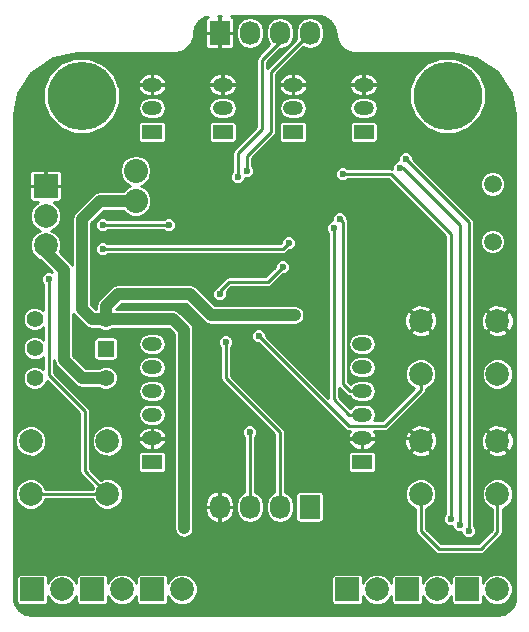
<source format=gbr>
G04 #@! TF.FileFunction,Copper,L2,Bot,Signal*
%FSLAX46Y46*%
G04 Gerber Fmt 4.6, Leading zero omitted, Abs format (unit mm)*
G04 Created by KiCad (PCBNEW 4.0.4+dfsg1-stable) date Mon Jul 31 00:00:22 2017*
%MOMM*%
%LPD*%
G01*
G04 APERTURE LIST*
%ADD10C,0.100000*%
%ADD11C,1.501140*%
%ADD12R,1.397000X1.397000*%
%ADD13C,1.397000*%
%ADD14R,1.727200X2.032000*%
%ADD15O,1.727200X2.032000*%
%ADD16R,1.700000X1.200000*%
%ADD17O,1.700000X1.200000*%
%ADD18C,2.000000*%
%ADD19C,2.032000*%
%ADD20O,2.032000X2.032000*%
%ADD21C,5.800000*%
%ADD22C,0.600000*%
%ADD23R,2.000000X2.000000*%
%ADD24C,0.250000*%
%ADD25C,1.000000*%
%ADD26C,0.254000*%
G04 APERTURE END LIST*
D10*
D11*
X75946000Y-40485060D03*
X75946000Y-45366940D03*
D12*
X43180000Y-54419500D03*
D13*
X43180000Y-56896000D03*
X43180000Y-51896000D03*
X37180000Y-51896000D03*
X37180000Y-54396000D03*
X37180000Y-56896000D03*
D14*
X52832000Y-27686000D03*
D15*
X55372000Y-27686000D03*
X57912000Y-27686000D03*
X60452000Y-27686000D03*
D16*
X59055000Y-36068000D03*
D17*
X59055000Y-34068000D03*
X59055000Y-32068000D03*
D18*
X36830000Y-66730000D03*
X36830000Y-62230000D03*
X43330000Y-66730000D03*
X43330000Y-62230000D03*
D19*
X45720000Y-41910000D03*
D20*
X45720000Y-39370000D03*
D14*
X60452000Y-67818000D03*
D15*
X57912000Y-67818000D03*
X55372000Y-67818000D03*
X52832000Y-67818000D03*
D21*
X41148000Y-33020000D03*
D22*
X43348000Y-33020000D03*
X42708000Y-34580000D03*
X41148000Y-35220000D03*
X39588000Y-34580000D03*
X38948000Y-33020000D03*
X39588000Y-31460000D03*
X41148000Y-30820000D03*
X42708000Y-31460000D03*
D23*
X63627000Y-74803000D03*
D18*
X66167000Y-74803000D03*
D23*
X38100000Y-40640000D03*
D18*
X38100000Y-43180000D03*
X38100000Y-45680000D03*
D21*
X72136000Y-33020000D03*
D22*
X74336000Y-33020000D03*
X73696000Y-34580000D03*
X72136000Y-35220000D03*
X70576000Y-34580000D03*
X69936000Y-33020000D03*
X70576000Y-31460000D03*
X72136000Y-30820000D03*
X73696000Y-31460000D03*
D18*
X69850000Y-56570000D03*
X69850000Y-52070000D03*
X76350000Y-56570000D03*
X76350000Y-52070000D03*
X69850000Y-66730000D03*
X69850000Y-62230000D03*
X76350000Y-66730000D03*
X76350000Y-62230000D03*
D16*
X47117000Y-64008000D03*
D17*
X47117000Y-62008000D03*
X47117000Y-60008000D03*
X47117000Y-58008000D03*
X47117000Y-56008000D03*
X47117000Y-54008000D03*
D16*
X64897000Y-64008000D03*
D17*
X64897000Y-62008000D03*
X64897000Y-60008000D03*
X64897000Y-58008000D03*
X64897000Y-56008000D03*
X64897000Y-54008000D03*
D16*
X53086000Y-36068000D03*
D17*
X53086000Y-34068000D03*
X53086000Y-32068000D03*
D16*
X65024000Y-36068000D03*
D17*
X65024000Y-34068000D03*
X65024000Y-32068000D03*
D16*
X47117000Y-36068000D03*
D17*
X47117000Y-34068000D03*
X47117000Y-32068000D03*
D23*
X47117000Y-74803000D03*
D18*
X49657000Y-74803000D03*
D23*
X42037000Y-74803000D03*
D18*
X44577000Y-74803000D03*
D23*
X36957000Y-74803000D03*
D18*
X39497000Y-74803000D03*
D23*
X68707000Y-74803000D03*
D18*
X71247000Y-74803000D03*
D23*
X73787000Y-74803000D03*
D18*
X76327000Y-74803000D03*
D22*
X56134000Y-58420000D03*
X50800000Y-40132000D03*
X43434000Y-45212000D03*
X52832000Y-41148000D03*
X55880000Y-47244000D03*
X61722000Y-49276000D03*
X59436000Y-44196000D03*
X60452000Y-50038000D03*
X49784000Y-69596000D03*
X51562000Y-51054000D03*
X59182000Y-51562000D03*
X38354000Y-48514000D03*
X42926000Y-45974000D03*
X58674000Y-45466000D03*
X62484000Y-44196000D03*
X62992000Y-43434000D03*
X53340000Y-53848000D03*
X55372000Y-61468000D03*
X48514000Y-43942000D03*
X42926000Y-43942000D03*
X72390000Y-68834000D03*
X63246000Y-39624000D03*
X56134000Y-53340000D03*
X52832000Y-49784000D03*
X58166000Y-47498000D03*
X73152000Y-69342000D03*
X68072000Y-39116000D03*
X73914000Y-69850000D03*
X68580000Y-38354000D03*
X54356000Y-39878000D03*
X55118000Y-39370000D03*
D24*
X64897000Y-62008000D02*
X69628000Y-62008000D01*
X69628000Y-62008000D02*
X69850000Y-62230000D01*
X69628000Y-62008000D02*
X69850000Y-62230000D01*
D25*
X43180000Y-51896000D02*
X41990000Y-51896000D01*
X42672000Y-41910000D02*
X45720000Y-41910000D01*
X41148000Y-43434000D02*
X42672000Y-41910000D01*
X41148000Y-51054000D02*
X41148000Y-43434000D01*
X41990000Y-51896000D02*
X41148000Y-51054000D01*
X43180000Y-51896000D02*
X48848000Y-51896000D01*
X49784000Y-52832000D02*
X48848000Y-51896000D01*
X49784000Y-52832000D02*
X49784000Y-69596000D01*
X43180000Y-51896000D02*
X43180000Y-50800000D01*
X50292000Y-49784000D02*
X51562000Y-51054000D01*
X44196000Y-49784000D02*
X50292000Y-49784000D01*
X43180000Y-50800000D02*
X44196000Y-49784000D01*
X52070000Y-51562000D02*
X59182000Y-51562000D01*
X51562000Y-51054000D02*
X52070000Y-51562000D01*
D24*
X41402000Y-64802000D02*
X43330000Y-66730000D01*
X41402000Y-59690000D02*
X41402000Y-64802000D01*
X38354000Y-56642000D02*
X41402000Y-59690000D01*
X38354000Y-48514000D02*
X38354000Y-56642000D01*
X36830000Y-66730000D02*
X43330000Y-66730000D01*
X42854000Y-66730000D02*
X43330000Y-66730000D01*
X58166000Y-45974000D02*
X42926000Y-45974000D01*
X58674000Y-45466000D02*
X58166000Y-45974000D01*
X64897000Y-60008000D02*
X63818000Y-60008000D01*
X62484000Y-58674000D02*
X62484000Y-44196000D01*
X63818000Y-60008000D02*
X62484000Y-58674000D01*
X63850000Y-58008000D02*
X64897000Y-58008000D01*
X63246000Y-57404000D02*
X63850000Y-58008000D01*
X63246000Y-43688000D02*
X63246000Y-57404000D01*
X62992000Y-43434000D02*
X63246000Y-43688000D01*
X57912000Y-61468000D02*
X57912000Y-67818000D01*
X53340000Y-56896000D02*
X57912000Y-61468000D01*
X53340000Y-53848000D02*
X53340000Y-56896000D01*
X55372000Y-67818000D02*
X55372000Y-61468000D01*
X42926000Y-43942000D02*
X48514000Y-43942000D01*
X72390000Y-44704000D02*
X72390000Y-68834000D01*
X67310000Y-39624000D02*
X72390000Y-44704000D01*
X63246000Y-39624000D02*
X67310000Y-39624000D01*
X69850000Y-57912000D02*
X69850000Y-56570000D01*
X66802000Y-60960000D02*
X69850000Y-57912000D01*
X63754000Y-60960000D02*
X66802000Y-60960000D01*
X56134000Y-53340000D02*
X63754000Y-60960000D01*
X69850000Y-66730000D02*
X69850000Y-69850000D01*
X76350000Y-69954000D02*
X76350000Y-66730000D01*
X74930000Y-71374000D02*
X76350000Y-69954000D01*
X71374000Y-71374000D02*
X74930000Y-71374000D01*
X69850000Y-69850000D02*
X71374000Y-71374000D01*
X52832000Y-49530000D02*
X52832000Y-49784000D01*
X53594000Y-48768000D02*
X52832000Y-49530000D01*
X56896000Y-48768000D02*
X53594000Y-48768000D01*
X58166000Y-47498000D02*
X56896000Y-48768000D01*
X73152000Y-69342000D02*
X73152000Y-43942000D01*
X73152000Y-43942000D02*
X68326000Y-39116000D01*
X68326000Y-39116000D02*
X68072000Y-39116000D01*
X73914000Y-43688000D02*
X73914000Y-69850000D01*
X68580000Y-38354000D02*
X73914000Y-43688000D01*
D25*
X38100000Y-45680000D02*
X38100000Y-46228000D01*
X38100000Y-46228000D02*
X39624000Y-47752000D01*
X39624000Y-47752000D02*
X39624000Y-55372000D01*
X39624000Y-55372000D02*
X41148000Y-56896000D01*
X41148000Y-56896000D02*
X43180000Y-56896000D01*
D24*
X56388000Y-29972000D02*
X57912000Y-28448000D01*
X56388000Y-35814000D02*
X56388000Y-29972000D01*
X54356000Y-37846000D02*
X56388000Y-35814000D01*
X54356000Y-39878000D02*
X54356000Y-37846000D01*
X57912000Y-28448000D02*
X57912000Y-27686000D01*
X57150000Y-30988000D02*
X60452000Y-27686000D01*
X57150000Y-36068000D02*
X57150000Y-30988000D01*
X55118000Y-38100000D02*
X57150000Y-36068000D01*
X55118000Y-39370000D02*
X55118000Y-38100000D01*
X60452000Y-28448000D02*
X60452000Y-27686000D01*
D26*
G36*
X52857400Y-26384250D02*
X52857400Y-27660600D01*
X53981350Y-27660600D01*
X54076600Y-27565350D01*
X54076600Y-27507289D01*
X54181400Y-27507289D01*
X54181400Y-27864711D01*
X54272029Y-28320334D01*
X54530119Y-28706592D01*
X54916377Y-28964682D01*
X55372000Y-29055311D01*
X55827623Y-28964682D01*
X56213881Y-28706592D01*
X56471971Y-28320334D01*
X56562600Y-27864711D01*
X56562600Y-27507289D01*
X56471971Y-27051666D01*
X56213881Y-26665408D01*
X55827623Y-26407318D01*
X55372000Y-26316689D01*
X54916377Y-26407318D01*
X54530119Y-26665408D01*
X54272029Y-27051666D01*
X54181400Y-27507289D01*
X54076600Y-27507289D01*
X54076600Y-26594214D01*
X54018596Y-26454180D01*
X53911419Y-26347004D01*
X53771385Y-26289000D01*
X61316020Y-26289000D01*
X61687642Y-26362920D01*
X62196842Y-26703158D01*
X62537080Y-27212358D01*
X62669322Y-27877184D01*
X62669322Y-27877185D01*
X62765995Y-28363192D01*
X62815119Y-28481790D01*
X63090420Y-28893808D01*
X63181192Y-28984580D01*
X63593209Y-29259880D01*
X63711807Y-29309005D01*
X64197815Y-29405678D01*
X64230218Y-29405678D01*
X64262000Y-29412000D01*
X72484598Y-29412000D01*
X74575666Y-29827939D01*
X76199034Y-30912640D01*
X76402360Y-31115966D01*
X77487061Y-32739334D01*
X77851000Y-34568979D01*
X77851000Y-75667021D01*
X77777080Y-76038642D01*
X77548175Y-76381221D01*
X76910287Y-76891532D01*
X76294598Y-77014000D01*
X36989401Y-77014000D01*
X36356358Y-76888080D01*
X35847158Y-76547842D01*
X35506920Y-76038642D01*
X35433000Y-75667020D01*
X35433000Y-73803000D01*
X35623594Y-73803000D01*
X35623594Y-75803000D01*
X35646395Y-75924179D01*
X35718012Y-76035474D01*
X35827286Y-76110138D01*
X35957000Y-76136406D01*
X37957000Y-76136406D01*
X38078179Y-76113605D01*
X38189474Y-76041988D01*
X38264138Y-75932714D01*
X38290406Y-75803000D01*
X38290406Y-75357757D01*
X38371369Y-75553703D01*
X38744334Y-75927319D01*
X39231885Y-76129769D01*
X39759798Y-76130229D01*
X40247703Y-75928631D01*
X40621319Y-75555666D01*
X40703594Y-75357527D01*
X40703594Y-75803000D01*
X40726395Y-75924179D01*
X40798012Y-76035474D01*
X40907286Y-76110138D01*
X41037000Y-76136406D01*
X43037000Y-76136406D01*
X43158179Y-76113605D01*
X43269474Y-76041988D01*
X43344138Y-75932714D01*
X43370406Y-75803000D01*
X43370406Y-75357757D01*
X43451369Y-75553703D01*
X43824334Y-75927319D01*
X44311885Y-76129769D01*
X44839798Y-76130229D01*
X45327703Y-75928631D01*
X45701319Y-75555666D01*
X45783594Y-75357527D01*
X45783594Y-75803000D01*
X45806395Y-75924179D01*
X45878012Y-76035474D01*
X45987286Y-76110138D01*
X46117000Y-76136406D01*
X48117000Y-76136406D01*
X48238179Y-76113605D01*
X48349474Y-76041988D01*
X48424138Y-75932714D01*
X48450406Y-75803000D01*
X48450406Y-75357757D01*
X48531369Y-75553703D01*
X48904334Y-75927319D01*
X49391885Y-76129769D01*
X49919798Y-76130229D01*
X50407703Y-75928631D01*
X50781319Y-75555666D01*
X50983769Y-75068115D01*
X50984229Y-74540202D01*
X50782631Y-74052297D01*
X50533769Y-73803000D01*
X62293594Y-73803000D01*
X62293594Y-75803000D01*
X62316395Y-75924179D01*
X62388012Y-76035474D01*
X62497286Y-76110138D01*
X62627000Y-76136406D01*
X64627000Y-76136406D01*
X64748179Y-76113605D01*
X64859474Y-76041988D01*
X64934138Y-75932714D01*
X64960406Y-75803000D01*
X64960406Y-75357757D01*
X65041369Y-75553703D01*
X65414334Y-75927319D01*
X65901885Y-76129769D01*
X66429798Y-76130229D01*
X66917703Y-75928631D01*
X67291319Y-75555666D01*
X67373594Y-75357527D01*
X67373594Y-75803000D01*
X67396395Y-75924179D01*
X67468012Y-76035474D01*
X67577286Y-76110138D01*
X67707000Y-76136406D01*
X69707000Y-76136406D01*
X69828179Y-76113605D01*
X69939474Y-76041988D01*
X70014138Y-75932714D01*
X70040406Y-75803000D01*
X70040406Y-75357757D01*
X70121369Y-75553703D01*
X70494334Y-75927319D01*
X70981885Y-76129769D01*
X71509798Y-76130229D01*
X71997703Y-75928631D01*
X72371319Y-75555666D01*
X72453594Y-75357527D01*
X72453594Y-75803000D01*
X72476395Y-75924179D01*
X72548012Y-76035474D01*
X72657286Y-76110138D01*
X72787000Y-76136406D01*
X74787000Y-76136406D01*
X74908179Y-76113605D01*
X75019474Y-76041988D01*
X75094138Y-75932714D01*
X75120406Y-75803000D01*
X75120406Y-75357757D01*
X75201369Y-75553703D01*
X75574334Y-75927319D01*
X76061885Y-76129769D01*
X76589798Y-76130229D01*
X77077703Y-75928631D01*
X77451319Y-75555666D01*
X77653769Y-75068115D01*
X77654229Y-74540202D01*
X77452631Y-74052297D01*
X77079666Y-73678681D01*
X76592115Y-73476231D01*
X76064202Y-73475771D01*
X75576297Y-73677369D01*
X75202681Y-74050334D01*
X75120406Y-74248473D01*
X75120406Y-73803000D01*
X75097605Y-73681821D01*
X75025988Y-73570526D01*
X74916714Y-73495862D01*
X74787000Y-73469594D01*
X72787000Y-73469594D01*
X72665821Y-73492395D01*
X72554526Y-73564012D01*
X72479862Y-73673286D01*
X72453594Y-73803000D01*
X72453594Y-74248243D01*
X72372631Y-74052297D01*
X71999666Y-73678681D01*
X71512115Y-73476231D01*
X70984202Y-73475771D01*
X70496297Y-73677369D01*
X70122681Y-74050334D01*
X70040406Y-74248473D01*
X70040406Y-73803000D01*
X70017605Y-73681821D01*
X69945988Y-73570526D01*
X69836714Y-73495862D01*
X69707000Y-73469594D01*
X67707000Y-73469594D01*
X67585821Y-73492395D01*
X67474526Y-73564012D01*
X67399862Y-73673286D01*
X67373594Y-73803000D01*
X67373594Y-74248243D01*
X67292631Y-74052297D01*
X66919666Y-73678681D01*
X66432115Y-73476231D01*
X65904202Y-73475771D01*
X65416297Y-73677369D01*
X65042681Y-74050334D01*
X64960406Y-74248473D01*
X64960406Y-73803000D01*
X64937605Y-73681821D01*
X64865988Y-73570526D01*
X64756714Y-73495862D01*
X64627000Y-73469594D01*
X62627000Y-73469594D01*
X62505821Y-73492395D01*
X62394526Y-73564012D01*
X62319862Y-73673286D01*
X62293594Y-73803000D01*
X50533769Y-73803000D01*
X50409666Y-73678681D01*
X49922115Y-73476231D01*
X49394202Y-73475771D01*
X48906297Y-73677369D01*
X48532681Y-74050334D01*
X48450406Y-74248473D01*
X48450406Y-73803000D01*
X48427605Y-73681821D01*
X48355988Y-73570526D01*
X48246714Y-73495862D01*
X48117000Y-73469594D01*
X46117000Y-73469594D01*
X45995821Y-73492395D01*
X45884526Y-73564012D01*
X45809862Y-73673286D01*
X45783594Y-73803000D01*
X45783594Y-74248243D01*
X45702631Y-74052297D01*
X45329666Y-73678681D01*
X44842115Y-73476231D01*
X44314202Y-73475771D01*
X43826297Y-73677369D01*
X43452681Y-74050334D01*
X43370406Y-74248473D01*
X43370406Y-73803000D01*
X43347605Y-73681821D01*
X43275988Y-73570526D01*
X43166714Y-73495862D01*
X43037000Y-73469594D01*
X41037000Y-73469594D01*
X40915821Y-73492395D01*
X40804526Y-73564012D01*
X40729862Y-73673286D01*
X40703594Y-73803000D01*
X40703594Y-74248243D01*
X40622631Y-74052297D01*
X40249666Y-73678681D01*
X39762115Y-73476231D01*
X39234202Y-73475771D01*
X38746297Y-73677369D01*
X38372681Y-74050334D01*
X38290406Y-74248473D01*
X38290406Y-73803000D01*
X38267605Y-73681821D01*
X38195988Y-73570526D01*
X38086714Y-73495862D01*
X37957000Y-73469594D01*
X35957000Y-73469594D01*
X35835821Y-73492395D01*
X35724526Y-73564012D01*
X35649862Y-73673286D01*
X35623594Y-73803000D01*
X35433000Y-73803000D01*
X35433000Y-66992798D01*
X35502771Y-66992798D01*
X35704369Y-67480703D01*
X36077334Y-67854319D01*
X36564885Y-68056769D01*
X37092798Y-68057229D01*
X37580703Y-67855631D01*
X37954319Y-67482666D01*
X38079167Y-67182000D01*
X42080948Y-67182000D01*
X42204369Y-67480703D01*
X42577334Y-67854319D01*
X43064885Y-68056769D01*
X43592798Y-68057229D01*
X44080703Y-67855631D01*
X44454319Y-67482666D01*
X44656769Y-66995115D01*
X44657229Y-66467202D01*
X44455631Y-65979297D01*
X44082666Y-65605681D01*
X43595115Y-65403231D01*
X43067202Y-65402771D01*
X42766318Y-65527094D01*
X41854000Y-64614776D01*
X41854000Y-62492798D01*
X42002771Y-62492798D01*
X42204369Y-62980703D01*
X42577334Y-63354319D01*
X43064885Y-63556769D01*
X43592798Y-63557229D01*
X43953960Y-63408000D01*
X45933594Y-63408000D01*
X45933594Y-64608000D01*
X45956395Y-64729179D01*
X46028012Y-64840474D01*
X46137286Y-64915138D01*
X46267000Y-64941406D01*
X47967000Y-64941406D01*
X48088179Y-64918605D01*
X48199474Y-64846988D01*
X48274138Y-64737714D01*
X48300406Y-64608000D01*
X48300406Y-63408000D01*
X48277605Y-63286821D01*
X48205988Y-63175526D01*
X48096714Y-63100862D01*
X47967000Y-63074594D01*
X46267000Y-63074594D01*
X46145821Y-63097395D01*
X46034526Y-63169012D01*
X45959862Y-63278286D01*
X45933594Y-63408000D01*
X43953960Y-63408000D01*
X44080703Y-63355631D01*
X44454319Y-62982666D01*
X44656769Y-62495115D01*
X44657037Y-62186498D01*
X45902376Y-62186498D01*
X45950954Y-62359947D01*
X46155368Y-62683712D01*
X46468121Y-62904606D01*
X46841600Y-62989000D01*
X47091600Y-62989000D01*
X47091600Y-62033400D01*
X47142400Y-62033400D01*
X47142400Y-62989000D01*
X47392400Y-62989000D01*
X47765879Y-62904606D01*
X48078632Y-62683712D01*
X48283046Y-62359947D01*
X48331624Y-62186498D01*
X48252386Y-62033400D01*
X47142400Y-62033400D01*
X47091600Y-62033400D01*
X45981614Y-62033400D01*
X45902376Y-62186498D01*
X44657037Y-62186498D01*
X44657229Y-61967202D01*
X44600333Y-61829502D01*
X45902376Y-61829502D01*
X45981614Y-61982600D01*
X47091600Y-61982600D01*
X47091600Y-61027000D01*
X47142400Y-61027000D01*
X47142400Y-61982600D01*
X48252386Y-61982600D01*
X48331624Y-61829502D01*
X48283046Y-61656053D01*
X48078632Y-61332288D01*
X47765879Y-61111394D01*
X47392400Y-61027000D01*
X47142400Y-61027000D01*
X47091600Y-61027000D01*
X46841600Y-61027000D01*
X46468121Y-61111394D01*
X46155368Y-61332288D01*
X45950954Y-61656053D01*
X45902376Y-61829502D01*
X44600333Y-61829502D01*
X44455631Y-61479297D01*
X44082666Y-61105681D01*
X43595115Y-60903231D01*
X43067202Y-60902771D01*
X42579297Y-61104369D01*
X42205681Y-61477334D01*
X42003231Y-61964885D01*
X42002771Y-62492798D01*
X41854000Y-62492798D01*
X41854000Y-60008000D01*
X45916941Y-60008000D01*
X45987505Y-60362748D01*
X46188453Y-60663488D01*
X46489193Y-60864436D01*
X46843941Y-60935000D01*
X47390059Y-60935000D01*
X47744807Y-60864436D01*
X48045547Y-60663488D01*
X48246495Y-60362748D01*
X48317059Y-60008000D01*
X48246495Y-59653252D01*
X48045547Y-59352512D01*
X47744807Y-59151564D01*
X47390059Y-59081000D01*
X46843941Y-59081000D01*
X46489193Y-59151564D01*
X46188453Y-59352512D01*
X45987505Y-59653252D01*
X45916941Y-60008000D01*
X41854000Y-60008000D01*
X41854000Y-59690000D01*
X41819594Y-59517027D01*
X41721612Y-59370388D01*
X40359224Y-58008000D01*
X45916941Y-58008000D01*
X45987505Y-58362748D01*
X46188453Y-58663488D01*
X46489193Y-58864436D01*
X46843941Y-58935000D01*
X47390059Y-58935000D01*
X47744807Y-58864436D01*
X48045547Y-58663488D01*
X48246495Y-58362748D01*
X48317059Y-58008000D01*
X48246495Y-57653252D01*
X48045547Y-57352512D01*
X47744807Y-57151564D01*
X47390059Y-57081000D01*
X46843941Y-57081000D01*
X46489193Y-57151564D01*
X46188453Y-57352512D01*
X45987505Y-57653252D01*
X45916941Y-58008000D01*
X40359224Y-58008000D01*
X38806000Y-56454776D01*
X38806000Y-55417246D01*
X38859952Y-55688479D01*
X39039223Y-55956777D01*
X40563222Y-57480777D01*
X40821350Y-57653252D01*
X40831521Y-57660048D01*
X41148000Y-57723000D01*
X42556545Y-57723000D01*
X42598342Y-57764870D01*
X42975120Y-57921322D01*
X43383090Y-57921678D01*
X43760140Y-57765884D01*
X44048870Y-57477658D01*
X44205322Y-57100880D01*
X44205678Y-56692910D01*
X44049884Y-56315860D01*
X43761658Y-56027130D01*
X43715588Y-56008000D01*
X45916941Y-56008000D01*
X45987505Y-56362748D01*
X46188453Y-56663488D01*
X46489193Y-56864436D01*
X46843941Y-56935000D01*
X47390059Y-56935000D01*
X47744807Y-56864436D01*
X48045547Y-56663488D01*
X48246495Y-56362748D01*
X48317059Y-56008000D01*
X48246495Y-55653252D01*
X48045547Y-55352512D01*
X47744807Y-55151564D01*
X47390059Y-55081000D01*
X46843941Y-55081000D01*
X46489193Y-55151564D01*
X46188453Y-55352512D01*
X45987505Y-55653252D01*
X45916941Y-56008000D01*
X43715588Y-56008000D01*
X43384880Y-55870678D01*
X42976910Y-55870322D01*
X42599860Y-56026116D01*
X42556901Y-56069000D01*
X41490555Y-56069000D01*
X40451000Y-55029446D01*
X40451000Y-53721000D01*
X42148094Y-53721000D01*
X42148094Y-55118000D01*
X42170895Y-55239179D01*
X42242512Y-55350474D01*
X42351786Y-55425138D01*
X42481500Y-55451406D01*
X43878500Y-55451406D01*
X43999679Y-55428605D01*
X44110974Y-55356988D01*
X44185638Y-55247714D01*
X44211906Y-55118000D01*
X44211906Y-54008000D01*
X45916941Y-54008000D01*
X45987505Y-54362748D01*
X46188453Y-54663488D01*
X46489193Y-54864436D01*
X46843941Y-54935000D01*
X47390059Y-54935000D01*
X47744807Y-54864436D01*
X48045547Y-54663488D01*
X48246495Y-54362748D01*
X48317059Y-54008000D01*
X48246495Y-53653252D01*
X48045547Y-53352512D01*
X47744807Y-53151564D01*
X47390059Y-53081000D01*
X46843941Y-53081000D01*
X46489193Y-53151564D01*
X46188453Y-53352512D01*
X45987505Y-53653252D01*
X45916941Y-54008000D01*
X44211906Y-54008000D01*
X44211906Y-53721000D01*
X44189105Y-53599821D01*
X44117488Y-53488526D01*
X44008214Y-53413862D01*
X43878500Y-53387594D01*
X42481500Y-53387594D01*
X42360321Y-53410395D01*
X42249026Y-53482012D01*
X42174362Y-53591286D01*
X42148094Y-53721000D01*
X40451000Y-53721000D01*
X40451000Y-51470823D01*
X40563223Y-51638777D01*
X41405223Y-52480777D01*
X41673521Y-52660048D01*
X41990000Y-52723000D01*
X42556545Y-52723000D01*
X42598342Y-52764870D01*
X42975120Y-52921322D01*
X43383090Y-52921678D01*
X43760140Y-52765884D01*
X43803099Y-52723000D01*
X48505446Y-52723000D01*
X48957000Y-53174554D01*
X48957000Y-69596000D01*
X49019952Y-69912479D01*
X49199223Y-70180777D01*
X49467521Y-70360048D01*
X49784000Y-70423000D01*
X50100479Y-70360048D01*
X50368777Y-70180777D01*
X50548048Y-69912479D01*
X50611000Y-69596000D01*
X50611000Y-67843400D01*
X51587400Y-67843400D01*
X51587400Y-67995800D01*
X51691860Y-68470154D01*
X51969896Y-68868425D01*
X52379179Y-69129980D01*
X52612255Y-69195448D01*
X52806600Y-69119469D01*
X52806600Y-67843400D01*
X52857400Y-67843400D01*
X52857400Y-69119469D01*
X53051745Y-69195448D01*
X53284821Y-69129980D01*
X53694104Y-68868425D01*
X53972140Y-68470154D01*
X54076600Y-67995800D01*
X54076600Y-67843400D01*
X52857400Y-67843400D01*
X52806600Y-67843400D01*
X51587400Y-67843400D01*
X50611000Y-67843400D01*
X50611000Y-67640200D01*
X51587400Y-67640200D01*
X51587400Y-67792600D01*
X52806600Y-67792600D01*
X52806600Y-66516531D01*
X52857400Y-66516531D01*
X52857400Y-67792600D01*
X54076600Y-67792600D01*
X54076600Y-67640200D01*
X54076400Y-67639289D01*
X54181400Y-67639289D01*
X54181400Y-67996711D01*
X54272029Y-68452334D01*
X54530119Y-68838592D01*
X54916377Y-69096682D01*
X55372000Y-69187311D01*
X55827623Y-69096682D01*
X56213881Y-68838592D01*
X56471971Y-68452334D01*
X56562600Y-67996711D01*
X56562600Y-67639289D01*
X56471971Y-67183666D01*
X56213881Y-66797408D01*
X55827623Y-66539318D01*
X55824000Y-66538597D01*
X55824000Y-61902728D01*
X55903235Y-61823631D01*
X55998891Y-61593265D01*
X55999109Y-61343829D01*
X55903855Y-61113297D01*
X55727631Y-60936765D01*
X55497265Y-60841109D01*
X55247829Y-60840891D01*
X55017297Y-60936145D01*
X54840765Y-61112369D01*
X54745109Y-61342735D01*
X54744891Y-61592171D01*
X54840145Y-61822703D01*
X54920000Y-61902698D01*
X54920000Y-66538597D01*
X54916377Y-66539318D01*
X54530119Y-66797408D01*
X54272029Y-67183666D01*
X54181400Y-67639289D01*
X54076400Y-67639289D01*
X53972140Y-67165846D01*
X53694104Y-66767575D01*
X53284821Y-66506020D01*
X53051745Y-66440552D01*
X52857400Y-66516531D01*
X52806600Y-66516531D01*
X52612255Y-66440552D01*
X52379179Y-66506020D01*
X51969896Y-66767575D01*
X51691860Y-67165846D01*
X51587400Y-67640200D01*
X50611000Y-67640200D01*
X50611000Y-53972171D01*
X52712891Y-53972171D01*
X52808145Y-54202703D01*
X52888000Y-54282698D01*
X52888000Y-56896000D01*
X52922406Y-57068973D01*
X53020388Y-57215612D01*
X57460000Y-61655225D01*
X57460000Y-66538597D01*
X57456377Y-66539318D01*
X57070119Y-66797408D01*
X56812029Y-67183666D01*
X56721400Y-67639289D01*
X56721400Y-67996711D01*
X56812029Y-68452334D01*
X57070119Y-68838592D01*
X57456377Y-69096682D01*
X57912000Y-69187311D01*
X58367623Y-69096682D01*
X58753881Y-68838592D01*
X59011971Y-68452334D01*
X59102600Y-67996711D01*
X59102600Y-67639289D01*
X59011971Y-67183666D01*
X58756950Y-66802000D01*
X59254994Y-66802000D01*
X59254994Y-68834000D01*
X59277795Y-68955179D01*
X59349412Y-69066474D01*
X59458686Y-69141138D01*
X59588400Y-69167406D01*
X61315600Y-69167406D01*
X61436779Y-69144605D01*
X61548074Y-69072988D01*
X61622738Y-68963714D01*
X61649006Y-68834000D01*
X61649006Y-66992798D01*
X68522771Y-66992798D01*
X68724369Y-67480703D01*
X69097334Y-67854319D01*
X69398000Y-67979167D01*
X69398000Y-69850000D01*
X69432406Y-70022973D01*
X69530388Y-70169612D01*
X71054387Y-71693612D01*
X71201027Y-71791594D01*
X71374000Y-71826000D01*
X74930000Y-71826000D01*
X75102973Y-71791594D01*
X75249612Y-71693612D01*
X76669612Y-70273612D01*
X76767594Y-70126973D01*
X76802000Y-69954000D01*
X76802000Y-67979052D01*
X77100703Y-67855631D01*
X77474319Y-67482666D01*
X77676769Y-66995115D01*
X77677229Y-66467202D01*
X77475631Y-65979297D01*
X77102666Y-65605681D01*
X76615115Y-65403231D01*
X76087202Y-65402771D01*
X75599297Y-65604369D01*
X75225681Y-65977334D01*
X75023231Y-66464885D01*
X75022771Y-66992798D01*
X75224369Y-67480703D01*
X75597334Y-67854319D01*
X75898000Y-67979167D01*
X75898000Y-69766776D01*
X74742776Y-70922000D01*
X71561225Y-70922000D01*
X70302000Y-69662776D01*
X70302000Y-67979052D01*
X70600703Y-67855631D01*
X70974319Y-67482666D01*
X71176769Y-66995115D01*
X71177229Y-66467202D01*
X70975631Y-65979297D01*
X70602666Y-65605681D01*
X70115115Y-65403231D01*
X69587202Y-65402771D01*
X69099297Y-65604369D01*
X68725681Y-65977334D01*
X68523231Y-66464885D01*
X68522771Y-66992798D01*
X61649006Y-66992798D01*
X61649006Y-66802000D01*
X61626205Y-66680821D01*
X61554588Y-66569526D01*
X61445314Y-66494862D01*
X61315600Y-66468594D01*
X59588400Y-66468594D01*
X59467221Y-66491395D01*
X59355926Y-66563012D01*
X59281262Y-66672286D01*
X59254994Y-66802000D01*
X58756950Y-66802000D01*
X58753881Y-66797408D01*
X58367623Y-66539318D01*
X58364000Y-66538597D01*
X58364000Y-63408000D01*
X63713594Y-63408000D01*
X63713594Y-64608000D01*
X63736395Y-64729179D01*
X63808012Y-64840474D01*
X63917286Y-64915138D01*
X64047000Y-64941406D01*
X65747000Y-64941406D01*
X65868179Y-64918605D01*
X65979474Y-64846988D01*
X66054138Y-64737714D01*
X66080406Y-64608000D01*
X66080406Y-63408000D01*
X66057605Y-63286821D01*
X65986345Y-63176080D01*
X68939841Y-63176080D01*
X69043050Y-63383885D01*
X69546047Y-63604857D01*
X70095319Y-63616520D01*
X70607244Y-63417099D01*
X70656950Y-63383885D01*
X70760159Y-63176080D01*
X69850000Y-62265921D01*
X68939841Y-63176080D01*
X65986345Y-63176080D01*
X65985988Y-63175526D01*
X65876714Y-63100862D01*
X65747000Y-63074594D01*
X64047000Y-63074594D01*
X63925821Y-63097395D01*
X63814526Y-63169012D01*
X63739862Y-63278286D01*
X63713594Y-63408000D01*
X58364000Y-63408000D01*
X58364000Y-62186498D01*
X63682376Y-62186498D01*
X63730954Y-62359947D01*
X63935368Y-62683712D01*
X64248121Y-62904606D01*
X64621600Y-62989000D01*
X64871600Y-62989000D01*
X64871600Y-62033400D01*
X64922400Y-62033400D01*
X64922400Y-62989000D01*
X65172400Y-62989000D01*
X65545879Y-62904606D01*
X65858632Y-62683712D01*
X65990204Y-62475319D01*
X68463480Y-62475319D01*
X68662901Y-62987244D01*
X68696115Y-63036950D01*
X68903920Y-63140159D01*
X69814079Y-62230000D01*
X69885921Y-62230000D01*
X70796080Y-63140159D01*
X71003885Y-63036950D01*
X71224857Y-62533953D01*
X71236520Y-61984681D01*
X71037099Y-61472756D01*
X71003885Y-61423050D01*
X70796080Y-61319841D01*
X69885921Y-62230000D01*
X69814079Y-62230000D01*
X68903920Y-61319841D01*
X68696115Y-61423050D01*
X68475143Y-61926047D01*
X68463480Y-62475319D01*
X65990204Y-62475319D01*
X66063046Y-62359947D01*
X66111624Y-62186498D01*
X66032386Y-62033400D01*
X64922400Y-62033400D01*
X64871600Y-62033400D01*
X63761614Y-62033400D01*
X63682376Y-62186498D01*
X58364000Y-62186498D01*
X58364000Y-61468000D01*
X58329594Y-61295027D01*
X58231612Y-61148387D01*
X53792000Y-56708776D01*
X53792000Y-54282728D01*
X53871235Y-54203631D01*
X53966891Y-53973265D01*
X53967109Y-53723829D01*
X53871855Y-53493297D01*
X53842780Y-53464171D01*
X55506891Y-53464171D01*
X55602145Y-53694703D01*
X55778369Y-53871235D01*
X56008735Y-53966891D01*
X56121766Y-53966990D01*
X63434387Y-61279612D01*
X63581027Y-61377594D01*
X63754000Y-61412000D01*
X63885041Y-61412000D01*
X63730954Y-61656053D01*
X63682376Y-61829502D01*
X63761614Y-61982600D01*
X64871600Y-61982600D01*
X64871600Y-61962600D01*
X64922400Y-61962600D01*
X64922400Y-61982600D01*
X66032386Y-61982600D01*
X66111624Y-61829502D01*
X66063046Y-61656053D01*
X65908959Y-61412000D01*
X66802000Y-61412000D01*
X66974973Y-61377594D01*
X67115164Y-61283920D01*
X68939841Y-61283920D01*
X69850000Y-62194079D01*
X70760159Y-61283920D01*
X70656950Y-61076115D01*
X70153953Y-60855143D01*
X69604681Y-60843480D01*
X69092756Y-61042901D01*
X69043050Y-61076115D01*
X68939841Y-61283920D01*
X67115164Y-61283920D01*
X67121612Y-61279612D01*
X70169612Y-58231612D01*
X70267594Y-58084973D01*
X70302000Y-57912000D01*
X70302000Y-57819052D01*
X70600703Y-57695631D01*
X70974319Y-57322666D01*
X71176769Y-56835115D01*
X71177229Y-56307202D01*
X70975631Y-55819297D01*
X70602666Y-55445681D01*
X70115115Y-55243231D01*
X69587202Y-55242771D01*
X69099297Y-55444369D01*
X68725681Y-55817334D01*
X68523231Y-56304885D01*
X68522771Y-56832798D01*
X68724369Y-57320703D01*
X69097334Y-57694319D01*
X69331304Y-57791472D01*
X66614776Y-60508000D01*
X65929441Y-60508000D01*
X66026495Y-60362748D01*
X66097059Y-60008000D01*
X66026495Y-59653252D01*
X65825547Y-59352512D01*
X65524807Y-59151564D01*
X65170059Y-59081000D01*
X64623941Y-59081000D01*
X64269193Y-59151564D01*
X63968453Y-59352512D01*
X63901676Y-59452452D01*
X62936000Y-58486776D01*
X62936000Y-57733224D01*
X63530388Y-58327612D01*
X63677027Y-58425594D01*
X63829802Y-58455982D01*
X63968453Y-58663488D01*
X64269193Y-58864436D01*
X64623941Y-58935000D01*
X65170059Y-58935000D01*
X65524807Y-58864436D01*
X65825547Y-58663488D01*
X66026495Y-58362748D01*
X66097059Y-58008000D01*
X66026495Y-57653252D01*
X65825547Y-57352512D01*
X65524807Y-57151564D01*
X65170059Y-57081000D01*
X64623941Y-57081000D01*
X64269193Y-57151564D01*
X63968453Y-57352512D01*
X63914493Y-57433269D01*
X63698000Y-57216776D01*
X63698000Y-56013324D01*
X63767505Y-56362748D01*
X63968453Y-56663488D01*
X64269193Y-56864436D01*
X64623941Y-56935000D01*
X65170059Y-56935000D01*
X65524807Y-56864436D01*
X65825547Y-56663488D01*
X66026495Y-56362748D01*
X66097059Y-56008000D01*
X66026495Y-55653252D01*
X65825547Y-55352512D01*
X65524807Y-55151564D01*
X65170059Y-55081000D01*
X64623941Y-55081000D01*
X64269193Y-55151564D01*
X63968453Y-55352512D01*
X63767505Y-55653252D01*
X63698000Y-56002676D01*
X63698000Y-54013324D01*
X63767505Y-54362748D01*
X63968453Y-54663488D01*
X64269193Y-54864436D01*
X64623941Y-54935000D01*
X65170059Y-54935000D01*
X65524807Y-54864436D01*
X65825547Y-54663488D01*
X66026495Y-54362748D01*
X66097059Y-54008000D01*
X66026495Y-53653252D01*
X65825547Y-53352512D01*
X65524807Y-53151564D01*
X65170059Y-53081000D01*
X64623941Y-53081000D01*
X64269193Y-53151564D01*
X63968453Y-53352512D01*
X63767505Y-53653252D01*
X63698000Y-54002676D01*
X63698000Y-53016080D01*
X68939841Y-53016080D01*
X69043050Y-53223885D01*
X69546047Y-53444857D01*
X70095319Y-53456520D01*
X70607244Y-53257099D01*
X70656950Y-53223885D01*
X70760159Y-53016080D01*
X69850000Y-52105921D01*
X68939841Y-53016080D01*
X63698000Y-53016080D01*
X63698000Y-52315319D01*
X68463480Y-52315319D01*
X68662901Y-52827244D01*
X68696115Y-52876950D01*
X68903920Y-52980159D01*
X69814079Y-52070000D01*
X69885921Y-52070000D01*
X70796080Y-52980159D01*
X71003885Y-52876950D01*
X71224857Y-52373953D01*
X71236520Y-51824681D01*
X71037099Y-51312756D01*
X71003885Y-51263050D01*
X70796080Y-51159841D01*
X69885921Y-52070000D01*
X69814079Y-52070000D01*
X68903920Y-51159841D01*
X68696115Y-51263050D01*
X68475143Y-51766047D01*
X68463480Y-52315319D01*
X63698000Y-52315319D01*
X63698000Y-51123920D01*
X68939841Y-51123920D01*
X69850000Y-52034079D01*
X70760159Y-51123920D01*
X70656950Y-50916115D01*
X70153953Y-50695143D01*
X69604681Y-50683480D01*
X69092756Y-50882901D01*
X69043050Y-50916115D01*
X68939841Y-51123920D01*
X63698000Y-51123920D01*
X63698000Y-43688000D01*
X63663594Y-43515027D01*
X63618988Y-43448270D01*
X63619109Y-43309829D01*
X63523855Y-43079297D01*
X63347631Y-42902765D01*
X63117265Y-42807109D01*
X62867829Y-42806891D01*
X62637297Y-42902145D01*
X62460765Y-43078369D01*
X62365109Y-43308735D01*
X62364891Y-43558171D01*
X62369324Y-43568899D01*
X62359829Y-43568891D01*
X62129297Y-43664145D01*
X61952765Y-43840369D01*
X61857109Y-44070735D01*
X61856891Y-44320171D01*
X61952145Y-44550703D01*
X62032000Y-44630698D01*
X62032000Y-58598775D01*
X56761011Y-53327787D01*
X56761109Y-53215829D01*
X56665855Y-52985297D01*
X56489631Y-52808765D01*
X56259265Y-52713109D01*
X56009829Y-52712891D01*
X55779297Y-52808145D01*
X55602765Y-52984369D01*
X55507109Y-53214735D01*
X55506891Y-53464171D01*
X53842780Y-53464171D01*
X53695631Y-53316765D01*
X53465265Y-53221109D01*
X53215829Y-53220891D01*
X52985297Y-53316145D01*
X52808765Y-53492369D01*
X52713109Y-53722735D01*
X52712891Y-53972171D01*
X50611000Y-53972171D01*
X50611000Y-52832000D01*
X50548048Y-52515521D01*
X50368777Y-52247223D01*
X49432777Y-51311223D01*
X49164479Y-51131952D01*
X48848000Y-51069000D01*
X44080554Y-51069000D01*
X44538554Y-50611000D01*
X49949446Y-50611000D01*
X50977223Y-51638777D01*
X51485222Y-52146777D01*
X51635551Y-52247223D01*
X51753521Y-52326048D01*
X52070000Y-52389000D01*
X59182000Y-52389000D01*
X59498479Y-52326048D01*
X59766777Y-52146777D01*
X59946048Y-51878479D01*
X60009000Y-51562000D01*
X59946048Y-51245521D01*
X59766777Y-50977223D01*
X59498479Y-50797952D01*
X59182000Y-50735000D01*
X52412555Y-50735000D01*
X52146777Y-50469223D01*
X51585725Y-49908171D01*
X52204891Y-49908171D01*
X52300145Y-50138703D01*
X52476369Y-50315235D01*
X52706735Y-50410891D01*
X52956171Y-50411109D01*
X53186703Y-50315855D01*
X53363235Y-50139631D01*
X53458891Y-49909265D01*
X53459109Y-49659829D01*
X53424692Y-49576532D01*
X53781224Y-49220000D01*
X56896000Y-49220000D01*
X57068973Y-49185594D01*
X57215612Y-49087612D01*
X58178213Y-48125011D01*
X58290171Y-48125109D01*
X58520703Y-48029855D01*
X58697235Y-47853631D01*
X58792891Y-47623265D01*
X58793109Y-47373829D01*
X58697855Y-47143297D01*
X58521631Y-46966765D01*
X58291265Y-46871109D01*
X58041829Y-46870891D01*
X57811297Y-46966145D01*
X57634765Y-47142369D01*
X57539109Y-47372735D01*
X57539010Y-47485766D01*
X56708776Y-48316000D01*
X53594000Y-48316000D01*
X53421027Y-48350406D01*
X53274388Y-48448388D01*
X52512388Y-49210388D01*
X52487229Y-49248041D01*
X52477297Y-49252145D01*
X52300765Y-49428369D01*
X52205109Y-49658735D01*
X52204891Y-49908171D01*
X51585725Y-49908171D01*
X50876777Y-49199223D01*
X50608479Y-49019952D01*
X50292000Y-48957000D01*
X44196000Y-48957000D01*
X43879521Y-49019952D01*
X43611223Y-49199223D01*
X42595223Y-50215223D01*
X42415952Y-50483521D01*
X42353000Y-50800000D01*
X42353000Y-51069000D01*
X42332554Y-51069000D01*
X41975000Y-50711446D01*
X41975000Y-46098171D01*
X42298891Y-46098171D01*
X42394145Y-46328703D01*
X42570369Y-46505235D01*
X42800735Y-46600891D01*
X43050171Y-46601109D01*
X43280703Y-46505855D01*
X43360698Y-46426000D01*
X58166000Y-46426000D01*
X58338973Y-46391594D01*
X58485612Y-46293612D01*
X58686213Y-46093011D01*
X58798171Y-46093109D01*
X59028703Y-45997855D01*
X59205235Y-45821631D01*
X59300891Y-45591265D01*
X59301109Y-45341829D01*
X59205855Y-45111297D01*
X59029631Y-44934765D01*
X58799265Y-44839109D01*
X58549829Y-44838891D01*
X58319297Y-44934145D01*
X58142765Y-45110369D01*
X58047109Y-45340735D01*
X58047010Y-45453765D01*
X57978776Y-45522000D01*
X43360728Y-45522000D01*
X43281631Y-45442765D01*
X43051265Y-45347109D01*
X42801829Y-45346891D01*
X42571297Y-45442145D01*
X42394765Y-45618369D01*
X42299109Y-45848735D01*
X42298891Y-46098171D01*
X41975000Y-46098171D01*
X41975000Y-44066171D01*
X42298891Y-44066171D01*
X42394145Y-44296703D01*
X42570369Y-44473235D01*
X42800735Y-44568891D01*
X43050171Y-44569109D01*
X43280703Y-44473855D01*
X43360698Y-44394000D01*
X48079272Y-44394000D01*
X48158369Y-44473235D01*
X48388735Y-44568891D01*
X48638171Y-44569109D01*
X48868703Y-44473855D01*
X49045235Y-44297631D01*
X49140891Y-44067265D01*
X49141109Y-43817829D01*
X49045855Y-43587297D01*
X48869631Y-43410765D01*
X48639265Y-43315109D01*
X48389829Y-43314891D01*
X48159297Y-43410145D01*
X48079302Y-43490000D01*
X43360728Y-43490000D01*
X43281631Y-43410765D01*
X43051265Y-43315109D01*
X42801829Y-43314891D01*
X42571297Y-43410145D01*
X42394765Y-43586369D01*
X42299109Y-43816735D01*
X42298891Y-44066171D01*
X41975000Y-44066171D01*
X41975000Y-43776554D01*
X43014555Y-42737000D01*
X44647924Y-42737000D01*
X44958258Y-43047876D01*
X45451689Y-43252766D01*
X45985967Y-43253233D01*
X46479755Y-43049204D01*
X46857876Y-42671742D01*
X47062766Y-42178311D01*
X47063233Y-41644033D01*
X46859204Y-41150245D01*
X46481742Y-40772124D01*
X46181597Y-40647493D01*
X46233944Y-40637081D01*
X46669644Y-40345955D01*
X46899353Y-40002171D01*
X53728891Y-40002171D01*
X53824145Y-40232703D01*
X54000369Y-40409235D01*
X54230735Y-40504891D01*
X54480171Y-40505109D01*
X54710703Y-40409855D01*
X54887235Y-40233631D01*
X54982891Y-40003265D01*
X54982900Y-39992807D01*
X54992735Y-39996891D01*
X55242171Y-39997109D01*
X55472703Y-39901855D01*
X55626655Y-39748171D01*
X62618891Y-39748171D01*
X62714145Y-39978703D01*
X62890369Y-40155235D01*
X63120735Y-40250891D01*
X63370171Y-40251109D01*
X63600703Y-40155855D01*
X63680698Y-40076000D01*
X67122776Y-40076000D01*
X71938000Y-44891224D01*
X71938000Y-68399272D01*
X71858765Y-68478369D01*
X71763109Y-68708735D01*
X71762891Y-68958171D01*
X71858145Y-69188703D01*
X72034369Y-69365235D01*
X72264735Y-69460891D01*
X72514171Y-69461109D01*
X72524899Y-69456676D01*
X72524891Y-69466171D01*
X72620145Y-69696703D01*
X72796369Y-69873235D01*
X73026735Y-69968891D01*
X73276171Y-69969109D01*
X73286899Y-69964676D01*
X73286891Y-69974171D01*
X73382145Y-70204703D01*
X73558369Y-70381235D01*
X73788735Y-70476891D01*
X74038171Y-70477109D01*
X74268703Y-70381855D01*
X74445235Y-70205631D01*
X74540891Y-69975265D01*
X74541109Y-69725829D01*
X74445855Y-69495297D01*
X74366000Y-69415302D01*
X74366000Y-63176080D01*
X75439841Y-63176080D01*
X75543050Y-63383885D01*
X76046047Y-63604857D01*
X76595319Y-63616520D01*
X77107244Y-63417099D01*
X77156950Y-63383885D01*
X77260159Y-63176080D01*
X76350000Y-62265921D01*
X75439841Y-63176080D01*
X74366000Y-63176080D01*
X74366000Y-62475319D01*
X74963480Y-62475319D01*
X75162901Y-62987244D01*
X75196115Y-63036950D01*
X75403920Y-63140159D01*
X76314079Y-62230000D01*
X76385921Y-62230000D01*
X77296080Y-63140159D01*
X77503885Y-63036950D01*
X77724857Y-62533953D01*
X77736520Y-61984681D01*
X77537099Y-61472756D01*
X77503885Y-61423050D01*
X77296080Y-61319841D01*
X76385921Y-62230000D01*
X76314079Y-62230000D01*
X75403920Y-61319841D01*
X75196115Y-61423050D01*
X74975143Y-61926047D01*
X74963480Y-62475319D01*
X74366000Y-62475319D01*
X74366000Y-61283920D01*
X75439841Y-61283920D01*
X76350000Y-62194079D01*
X77260159Y-61283920D01*
X77156950Y-61076115D01*
X76653953Y-60855143D01*
X76104681Y-60843480D01*
X75592756Y-61042901D01*
X75543050Y-61076115D01*
X75439841Y-61283920D01*
X74366000Y-61283920D01*
X74366000Y-56832798D01*
X75022771Y-56832798D01*
X75224369Y-57320703D01*
X75597334Y-57694319D01*
X76084885Y-57896769D01*
X76612798Y-57897229D01*
X77100703Y-57695631D01*
X77474319Y-57322666D01*
X77676769Y-56835115D01*
X77677229Y-56307202D01*
X77475631Y-55819297D01*
X77102666Y-55445681D01*
X76615115Y-55243231D01*
X76087202Y-55242771D01*
X75599297Y-55444369D01*
X75225681Y-55817334D01*
X75023231Y-56304885D01*
X75022771Y-56832798D01*
X74366000Y-56832798D01*
X74366000Y-53016080D01*
X75439841Y-53016080D01*
X75543050Y-53223885D01*
X76046047Y-53444857D01*
X76595319Y-53456520D01*
X77107244Y-53257099D01*
X77156950Y-53223885D01*
X77260159Y-53016080D01*
X76350000Y-52105921D01*
X75439841Y-53016080D01*
X74366000Y-53016080D01*
X74366000Y-52315319D01*
X74963480Y-52315319D01*
X75162901Y-52827244D01*
X75196115Y-52876950D01*
X75403920Y-52980159D01*
X76314079Y-52070000D01*
X76385921Y-52070000D01*
X77296080Y-52980159D01*
X77503885Y-52876950D01*
X77724857Y-52373953D01*
X77736520Y-51824681D01*
X77537099Y-51312756D01*
X77503885Y-51263050D01*
X77296080Y-51159841D01*
X76385921Y-52070000D01*
X76314079Y-52070000D01*
X75403920Y-51159841D01*
X75196115Y-51263050D01*
X74975143Y-51766047D01*
X74963480Y-52315319D01*
X74366000Y-52315319D01*
X74366000Y-51123920D01*
X75439841Y-51123920D01*
X76350000Y-52034079D01*
X77260159Y-51123920D01*
X77156950Y-50916115D01*
X76653953Y-50695143D01*
X76104681Y-50683480D01*
X75592756Y-50882901D01*
X75543050Y-50916115D01*
X75439841Y-51123920D01*
X74366000Y-51123920D01*
X74366000Y-45580342D01*
X74868243Y-45580342D01*
X75031948Y-45976537D01*
X75334809Y-46279927D01*
X75730718Y-46444323D01*
X76159402Y-46444697D01*
X76555597Y-46280992D01*
X76858987Y-45978131D01*
X77023383Y-45582222D01*
X77023757Y-45153538D01*
X76860052Y-44757343D01*
X76557191Y-44453953D01*
X76161282Y-44289557D01*
X75732598Y-44289183D01*
X75336403Y-44452888D01*
X75033013Y-44755749D01*
X74868617Y-45151658D01*
X74868243Y-45580342D01*
X74366000Y-45580342D01*
X74366000Y-43688000D01*
X74331594Y-43515027D01*
X74233612Y-43368388D01*
X71563686Y-40698462D01*
X74868243Y-40698462D01*
X75031948Y-41094657D01*
X75334809Y-41398047D01*
X75730718Y-41562443D01*
X76159402Y-41562817D01*
X76555597Y-41399112D01*
X76858987Y-41096251D01*
X77023383Y-40700342D01*
X77023757Y-40271658D01*
X76860052Y-39875463D01*
X76557191Y-39572073D01*
X76161282Y-39407677D01*
X75732598Y-39407303D01*
X75336403Y-39571008D01*
X75033013Y-39873869D01*
X74868617Y-40269778D01*
X74868243Y-40698462D01*
X71563686Y-40698462D01*
X69207011Y-38341787D01*
X69207109Y-38229829D01*
X69111855Y-37999297D01*
X68935631Y-37822765D01*
X68705265Y-37727109D01*
X68455829Y-37726891D01*
X68225297Y-37822145D01*
X68048765Y-37998369D01*
X67953109Y-38228735D01*
X67952891Y-38478171D01*
X67957324Y-38488899D01*
X67947829Y-38488891D01*
X67717297Y-38584145D01*
X67540765Y-38760369D01*
X67445109Y-38990735D01*
X67444927Y-39198838D01*
X67310000Y-39172000D01*
X63680728Y-39172000D01*
X63601631Y-39092765D01*
X63371265Y-38997109D01*
X63121829Y-38996891D01*
X62891297Y-39092145D01*
X62714765Y-39268369D01*
X62619109Y-39498735D01*
X62618891Y-39748171D01*
X55626655Y-39748171D01*
X55649235Y-39725631D01*
X55744891Y-39495265D01*
X55745109Y-39245829D01*
X55649855Y-39015297D01*
X55570000Y-38935302D01*
X55570000Y-38287224D01*
X57469612Y-36387612D01*
X57567594Y-36240973D01*
X57602000Y-36068000D01*
X57602000Y-35468000D01*
X57871594Y-35468000D01*
X57871594Y-36668000D01*
X57894395Y-36789179D01*
X57966012Y-36900474D01*
X58075286Y-36975138D01*
X58205000Y-37001406D01*
X59905000Y-37001406D01*
X60026179Y-36978605D01*
X60137474Y-36906988D01*
X60212138Y-36797714D01*
X60238406Y-36668000D01*
X60238406Y-35468000D01*
X63840594Y-35468000D01*
X63840594Y-36668000D01*
X63863395Y-36789179D01*
X63935012Y-36900474D01*
X64044286Y-36975138D01*
X64174000Y-37001406D01*
X65874000Y-37001406D01*
X65995179Y-36978605D01*
X66106474Y-36906988D01*
X66181138Y-36797714D01*
X66207406Y-36668000D01*
X66207406Y-35468000D01*
X66184605Y-35346821D01*
X66112988Y-35235526D01*
X66003714Y-35160862D01*
X65874000Y-35134594D01*
X64174000Y-35134594D01*
X64052821Y-35157395D01*
X63941526Y-35229012D01*
X63866862Y-35338286D01*
X63840594Y-35468000D01*
X60238406Y-35468000D01*
X60215605Y-35346821D01*
X60143988Y-35235526D01*
X60034714Y-35160862D01*
X59905000Y-35134594D01*
X58205000Y-35134594D01*
X58083821Y-35157395D01*
X57972526Y-35229012D01*
X57897862Y-35338286D01*
X57871594Y-35468000D01*
X57602000Y-35468000D01*
X57602000Y-34068000D01*
X57854941Y-34068000D01*
X57925505Y-34422748D01*
X58126453Y-34723488D01*
X58427193Y-34924436D01*
X58781941Y-34995000D01*
X59328059Y-34995000D01*
X59682807Y-34924436D01*
X59983547Y-34723488D01*
X60184495Y-34422748D01*
X60255059Y-34068000D01*
X63823941Y-34068000D01*
X63894505Y-34422748D01*
X64095453Y-34723488D01*
X64396193Y-34924436D01*
X64750941Y-34995000D01*
X65297059Y-34995000D01*
X65651807Y-34924436D01*
X65952547Y-34723488D01*
X66153495Y-34422748D01*
X66224059Y-34068000D01*
X66153495Y-33713252D01*
X66117295Y-33659074D01*
X68908441Y-33659074D01*
X69398687Y-34845561D01*
X70305664Y-35754123D01*
X71491294Y-36246439D01*
X72775074Y-36247559D01*
X73961561Y-35757313D01*
X74870123Y-34850336D01*
X75362439Y-33664706D01*
X75363559Y-32380926D01*
X74873313Y-31194439D01*
X73966336Y-30285877D01*
X72780706Y-29793561D01*
X71496926Y-29792441D01*
X70310439Y-30282687D01*
X69401877Y-31189664D01*
X68909561Y-32375294D01*
X68908441Y-33659074D01*
X66117295Y-33659074D01*
X65952547Y-33412512D01*
X65651807Y-33211564D01*
X65297059Y-33141000D01*
X64750941Y-33141000D01*
X64396193Y-33211564D01*
X64095453Y-33412512D01*
X63894505Y-33713252D01*
X63823941Y-34068000D01*
X60255059Y-34068000D01*
X60184495Y-33713252D01*
X59983547Y-33412512D01*
X59682807Y-33211564D01*
X59328059Y-33141000D01*
X58781941Y-33141000D01*
X58427193Y-33211564D01*
X58126453Y-33412512D01*
X57925505Y-33713252D01*
X57854941Y-34068000D01*
X57602000Y-34068000D01*
X57602000Y-32246498D01*
X57840376Y-32246498D01*
X57888954Y-32419947D01*
X58093368Y-32743712D01*
X58406121Y-32964606D01*
X58779600Y-33049000D01*
X59029600Y-33049000D01*
X59029600Y-32093400D01*
X59080400Y-32093400D01*
X59080400Y-33049000D01*
X59330400Y-33049000D01*
X59703879Y-32964606D01*
X60016632Y-32743712D01*
X60221046Y-32419947D01*
X60269624Y-32246498D01*
X63809376Y-32246498D01*
X63857954Y-32419947D01*
X64062368Y-32743712D01*
X64375121Y-32964606D01*
X64748600Y-33049000D01*
X64998600Y-33049000D01*
X64998600Y-32093400D01*
X65049400Y-32093400D01*
X65049400Y-33049000D01*
X65299400Y-33049000D01*
X65672879Y-32964606D01*
X65985632Y-32743712D01*
X66190046Y-32419947D01*
X66238624Y-32246498D01*
X66159386Y-32093400D01*
X65049400Y-32093400D01*
X64998600Y-32093400D01*
X63888614Y-32093400D01*
X63809376Y-32246498D01*
X60269624Y-32246498D01*
X60190386Y-32093400D01*
X59080400Y-32093400D01*
X59029600Y-32093400D01*
X57919614Y-32093400D01*
X57840376Y-32246498D01*
X57602000Y-32246498D01*
X57602000Y-31889502D01*
X57840376Y-31889502D01*
X57919614Y-32042600D01*
X59029600Y-32042600D01*
X59029600Y-31087000D01*
X59080400Y-31087000D01*
X59080400Y-32042600D01*
X60190386Y-32042600D01*
X60269624Y-31889502D01*
X63809376Y-31889502D01*
X63888614Y-32042600D01*
X64998600Y-32042600D01*
X64998600Y-31087000D01*
X65049400Y-31087000D01*
X65049400Y-32042600D01*
X66159386Y-32042600D01*
X66238624Y-31889502D01*
X66190046Y-31716053D01*
X65985632Y-31392288D01*
X65672879Y-31171394D01*
X65299400Y-31087000D01*
X65049400Y-31087000D01*
X64998600Y-31087000D01*
X64748600Y-31087000D01*
X64375121Y-31171394D01*
X64062368Y-31392288D01*
X63857954Y-31716053D01*
X63809376Y-31889502D01*
X60269624Y-31889502D01*
X60221046Y-31716053D01*
X60016632Y-31392288D01*
X59703879Y-31171394D01*
X59330400Y-31087000D01*
X59080400Y-31087000D01*
X59029600Y-31087000D01*
X58779600Y-31087000D01*
X58406121Y-31171394D01*
X58093368Y-31392288D01*
X57888954Y-31716053D01*
X57840376Y-31889502D01*
X57602000Y-31889502D01*
X57602000Y-31175224D01*
X59886176Y-28891048D01*
X59996377Y-28964682D01*
X60452000Y-29055311D01*
X60907623Y-28964682D01*
X61293881Y-28706592D01*
X61551971Y-28320334D01*
X61642600Y-27864711D01*
X61642600Y-27507289D01*
X61551971Y-27051666D01*
X61293881Y-26665408D01*
X60907623Y-26407318D01*
X60452000Y-26316689D01*
X59996377Y-26407318D01*
X59610119Y-26665408D01*
X59352029Y-27051666D01*
X59261400Y-27507289D01*
X59261400Y-27864711D01*
X59323229Y-28175547D01*
X56840000Y-30658776D01*
X56840000Y-30159224D01*
X57951838Y-29047387D01*
X58367623Y-28964682D01*
X58753881Y-28706592D01*
X59011971Y-28320334D01*
X59102600Y-27864711D01*
X59102600Y-27507289D01*
X59011971Y-27051666D01*
X58753881Y-26665408D01*
X58367623Y-26407318D01*
X57912000Y-26316689D01*
X57456377Y-26407318D01*
X57070119Y-26665408D01*
X56812029Y-27051666D01*
X56721400Y-27507289D01*
X56721400Y-27864711D01*
X56812029Y-28320334D01*
X57047714Y-28673061D01*
X56068388Y-29652388D01*
X55970406Y-29799027D01*
X55936000Y-29972000D01*
X55936000Y-35626776D01*
X54036388Y-37526388D01*
X53938406Y-37673027D01*
X53904000Y-37846000D01*
X53904000Y-39443272D01*
X53824765Y-39522369D01*
X53729109Y-39752735D01*
X53728891Y-40002171D01*
X46899353Y-40002171D01*
X46960770Y-39910255D01*
X47063000Y-39396311D01*
X47063000Y-39343689D01*
X46960770Y-38829745D01*
X46669644Y-38394045D01*
X46233944Y-38102919D01*
X45720000Y-38000689D01*
X45206056Y-38102919D01*
X44770356Y-38394045D01*
X44479230Y-38829745D01*
X44377000Y-39343689D01*
X44377000Y-39396311D01*
X44479230Y-39910255D01*
X44770356Y-40345955D01*
X45206056Y-40637081D01*
X45258576Y-40647528D01*
X44960245Y-40770796D01*
X44647496Y-41083000D01*
X42672000Y-41083000D01*
X42355521Y-41145952D01*
X42087222Y-41325223D01*
X40563223Y-42849223D01*
X40383952Y-43117521D01*
X40321000Y-43434000D01*
X40321000Y-47335176D01*
X40208777Y-47167222D01*
X39297641Y-46256087D01*
X39426769Y-45945115D01*
X39427229Y-45417202D01*
X39225631Y-44929297D01*
X38852666Y-44555681D01*
X38549851Y-44429940D01*
X38850703Y-44305631D01*
X39224319Y-43932666D01*
X39426769Y-43445115D01*
X39427229Y-42917202D01*
X39225631Y-42429297D01*
X38852666Y-42055681D01*
X38769145Y-42021000D01*
X39175785Y-42021000D01*
X39315819Y-41962996D01*
X39422996Y-41855820D01*
X39481000Y-41715786D01*
X39481000Y-40760650D01*
X39385750Y-40665400D01*
X38125400Y-40665400D01*
X38125400Y-40685400D01*
X38074600Y-40685400D01*
X38074600Y-40665400D01*
X36814250Y-40665400D01*
X36719000Y-40760650D01*
X36719000Y-41715786D01*
X36777004Y-41855820D01*
X36884181Y-41962996D01*
X37024215Y-42021000D01*
X37430056Y-42021000D01*
X37349297Y-42054369D01*
X36975681Y-42427334D01*
X36773231Y-42914885D01*
X36772771Y-43442798D01*
X36974369Y-43930703D01*
X37347334Y-44304319D01*
X37650149Y-44430060D01*
X37349297Y-44554369D01*
X36975681Y-44927334D01*
X36773231Y-45414885D01*
X36772771Y-45942798D01*
X36974369Y-46430703D01*
X37347334Y-46804319D01*
X37619977Y-46917531D01*
X38667869Y-47965424D01*
X38479265Y-47887109D01*
X38229829Y-47886891D01*
X37999297Y-47982145D01*
X37822765Y-48158369D01*
X37727109Y-48388735D01*
X37726891Y-48638171D01*
X37822145Y-48868703D01*
X37902000Y-48948698D01*
X37902000Y-51167717D01*
X37761658Y-51027130D01*
X37384880Y-50870678D01*
X36976910Y-50870322D01*
X36599860Y-51026116D01*
X36311130Y-51314342D01*
X36154678Y-51691120D01*
X36154322Y-52099090D01*
X36310116Y-52476140D01*
X36598342Y-52764870D01*
X36975120Y-52921322D01*
X37383090Y-52921678D01*
X37760140Y-52765884D01*
X37902000Y-52624272D01*
X37902000Y-53667717D01*
X37761658Y-53527130D01*
X37384880Y-53370678D01*
X36976910Y-53370322D01*
X36599860Y-53526116D01*
X36311130Y-53814342D01*
X36154678Y-54191120D01*
X36154322Y-54599090D01*
X36310116Y-54976140D01*
X36598342Y-55264870D01*
X36975120Y-55421322D01*
X37383090Y-55421678D01*
X37760140Y-55265884D01*
X37902000Y-55124272D01*
X37902000Y-56167717D01*
X37761658Y-56027130D01*
X37384880Y-55870678D01*
X36976910Y-55870322D01*
X36599860Y-56026116D01*
X36311130Y-56314342D01*
X36154678Y-56691120D01*
X36154322Y-57099090D01*
X36310116Y-57476140D01*
X36598342Y-57764870D01*
X36975120Y-57921322D01*
X37383090Y-57921678D01*
X37760140Y-57765884D01*
X38048870Y-57477658D01*
X38196031Y-57123255D01*
X40950000Y-59877224D01*
X40950000Y-64802000D01*
X40984406Y-64974973D01*
X41082388Y-65121612D01*
X42127174Y-66166398D01*
X42080833Y-66278000D01*
X38079052Y-66278000D01*
X37955631Y-65979297D01*
X37582666Y-65605681D01*
X37095115Y-65403231D01*
X36567202Y-65402771D01*
X36079297Y-65604369D01*
X35705681Y-65977334D01*
X35503231Y-66464885D01*
X35502771Y-66992798D01*
X35433000Y-66992798D01*
X35433000Y-62492798D01*
X35502771Y-62492798D01*
X35704369Y-62980703D01*
X36077334Y-63354319D01*
X36564885Y-63556769D01*
X37092798Y-63557229D01*
X37580703Y-63355631D01*
X37954319Y-62982666D01*
X38156769Y-62495115D01*
X38157229Y-61967202D01*
X37955631Y-61479297D01*
X37582666Y-61105681D01*
X37095115Y-60903231D01*
X36567202Y-60902771D01*
X36079297Y-61104369D01*
X35705681Y-61477334D01*
X35503231Y-61964885D01*
X35502771Y-62492798D01*
X35433000Y-62492798D01*
X35433000Y-39564214D01*
X36719000Y-39564214D01*
X36719000Y-40519350D01*
X36814250Y-40614600D01*
X38074600Y-40614600D01*
X38074600Y-39354250D01*
X38125400Y-39354250D01*
X38125400Y-40614600D01*
X39385750Y-40614600D01*
X39481000Y-40519350D01*
X39481000Y-39564214D01*
X39422996Y-39424180D01*
X39315819Y-39317004D01*
X39175785Y-39259000D01*
X38220650Y-39259000D01*
X38125400Y-39354250D01*
X38074600Y-39354250D01*
X37979350Y-39259000D01*
X37024215Y-39259000D01*
X36884181Y-39317004D01*
X36777004Y-39424180D01*
X36719000Y-39564214D01*
X35433000Y-39564214D01*
X35433000Y-34568980D01*
X35613991Y-33659074D01*
X37920441Y-33659074D01*
X38410687Y-34845561D01*
X39317664Y-35754123D01*
X40503294Y-36246439D01*
X41787074Y-36247559D01*
X42973561Y-35757313D01*
X43263379Y-35468000D01*
X45933594Y-35468000D01*
X45933594Y-36668000D01*
X45956395Y-36789179D01*
X46028012Y-36900474D01*
X46137286Y-36975138D01*
X46267000Y-37001406D01*
X47967000Y-37001406D01*
X48088179Y-36978605D01*
X48199474Y-36906988D01*
X48274138Y-36797714D01*
X48300406Y-36668000D01*
X48300406Y-35468000D01*
X51902594Y-35468000D01*
X51902594Y-36668000D01*
X51925395Y-36789179D01*
X51997012Y-36900474D01*
X52106286Y-36975138D01*
X52236000Y-37001406D01*
X53936000Y-37001406D01*
X54057179Y-36978605D01*
X54168474Y-36906988D01*
X54243138Y-36797714D01*
X54269406Y-36668000D01*
X54269406Y-35468000D01*
X54246605Y-35346821D01*
X54174988Y-35235526D01*
X54065714Y-35160862D01*
X53936000Y-35134594D01*
X52236000Y-35134594D01*
X52114821Y-35157395D01*
X52003526Y-35229012D01*
X51928862Y-35338286D01*
X51902594Y-35468000D01*
X48300406Y-35468000D01*
X48277605Y-35346821D01*
X48205988Y-35235526D01*
X48096714Y-35160862D01*
X47967000Y-35134594D01*
X46267000Y-35134594D01*
X46145821Y-35157395D01*
X46034526Y-35229012D01*
X45959862Y-35338286D01*
X45933594Y-35468000D01*
X43263379Y-35468000D01*
X43882123Y-34850336D01*
X44206976Y-34068000D01*
X45916941Y-34068000D01*
X45987505Y-34422748D01*
X46188453Y-34723488D01*
X46489193Y-34924436D01*
X46843941Y-34995000D01*
X47390059Y-34995000D01*
X47744807Y-34924436D01*
X48045547Y-34723488D01*
X48246495Y-34422748D01*
X48317059Y-34068000D01*
X51885941Y-34068000D01*
X51956505Y-34422748D01*
X52157453Y-34723488D01*
X52458193Y-34924436D01*
X52812941Y-34995000D01*
X53359059Y-34995000D01*
X53713807Y-34924436D01*
X54014547Y-34723488D01*
X54215495Y-34422748D01*
X54286059Y-34068000D01*
X54215495Y-33713252D01*
X54014547Y-33412512D01*
X53713807Y-33211564D01*
X53359059Y-33141000D01*
X52812941Y-33141000D01*
X52458193Y-33211564D01*
X52157453Y-33412512D01*
X51956505Y-33713252D01*
X51885941Y-34068000D01*
X48317059Y-34068000D01*
X48246495Y-33713252D01*
X48045547Y-33412512D01*
X47744807Y-33211564D01*
X47390059Y-33141000D01*
X46843941Y-33141000D01*
X46489193Y-33211564D01*
X46188453Y-33412512D01*
X45987505Y-33713252D01*
X45916941Y-34068000D01*
X44206976Y-34068000D01*
X44374439Y-33664706D01*
X44375559Y-32380926D01*
X44320015Y-32246498D01*
X45902376Y-32246498D01*
X45950954Y-32419947D01*
X46155368Y-32743712D01*
X46468121Y-32964606D01*
X46841600Y-33049000D01*
X47091600Y-33049000D01*
X47091600Y-32093400D01*
X47142400Y-32093400D01*
X47142400Y-33049000D01*
X47392400Y-33049000D01*
X47765879Y-32964606D01*
X48078632Y-32743712D01*
X48283046Y-32419947D01*
X48331624Y-32246498D01*
X51871376Y-32246498D01*
X51919954Y-32419947D01*
X52124368Y-32743712D01*
X52437121Y-32964606D01*
X52810600Y-33049000D01*
X53060600Y-33049000D01*
X53060600Y-32093400D01*
X53111400Y-32093400D01*
X53111400Y-33049000D01*
X53361400Y-33049000D01*
X53734879Y-32964606D01*
X54047632Y-32743712D01*
X54252046Y-32419947D01*
X54300624Y-32246498D01*
X54221386Y-32093400D01*
X53111400Y-32093400D01*
X53060600Y-32093400D01*
X51950614Y-32093400D01*
X51871376Y-32246498D01*
X48331624Y-32246498D01*
X48252386Y-32093400D01*
X47142400Y-32093400D01*
X47091600Y-32093400D01*
X45981614Y-32093400D01*
X45902376Y-32246498D01*
X44320015Y-32246498D01*
X44172508Y-31889502D01*
X45902376Y-31889502D01*
X45981614Y-32042600D01*
X47091600Y-32042600D01*
X47091600Y-31087000D01*
X47142400Y-31087000D01*
X47142400Y-32042600D01*
X48252386Y-32042600D01*
X48331624Y-31889502D01*
X51871376Y-31889502D01*
X51950614Y-32042600D01*
X53060600Y-32042600D01*
X53060600Y-31087000D01*
X53111400Y-31087000D01*
X53111400Y-32042600D01*
X54221386Y-32042600D01*
X54300624Y-31889502D01*
X54252046Y-31716053D01*
X54047632Y-31392288D01*
X53734879Y-31171394D01*
X53361400Y-31087000D01*
X53111400Y-31087000D01*
X53060600Y-31087000D01*
X52810600Y-31087000D01*
X52437121Y-31171394D01*
X52124368Y-31392288D01*
X51919954Y-31716053D01*
X51871376Y-31889502D01*
X48331624Y-31889502D01*
X48283046Y-31716053D01*
X48078632Y-31392288D01*
X47765879Y-31171394D01*
X47392400Y-31087000D01*
X47142400Y-31087000D01*
X47091600Y-31087000D01*
X46841600Y-31087000D01*
X46468121Y-31171394D01*
X46155368Y-31392288D01*
X45950954Y-31716053D01*
X45902376Y-31889502D01*
X44172508Y-31889502D01*
X43885313Y-31194439D01*
X42978336Y-30285877D01*
X41792706Y-29793561D01*
X40508926Y-29792441D01*
X39322439Y-30282687D01*
X38413877Y-31189664D01*
X37921561Y-32375294D01*
X37920441Y-33659074D01*
X35613991Y-33659074D01*
X35796939Y-32739334D01*
X36881640Y-31115966D01*
X37084966Y-30912640D01*
X38708334Y-29827939D01*
X40799401Y-29412000D01*
X49022000Y-29412000D01*
X49053782Y-29405678D01*
X49086185Y-29405678D01*
X49572192Y-29309005D01*
X49690790Y-29259881D01*
X50102808Y-28984580D01*
X50193580Y-28893808D01*
X50468880Y-28481791D01*
X50487237Y-28437473D01*
X50518005Y-28363193D01*
X50545495Y-28224989D01*
X50659592Y-27996796D01*
X50673000Y-27940000D01*
X50673000Y-27806650D01*
X51587400Y-27806650D01*
X51587400Y-28777786D01*
X51645404Y-28917820D01*
X51752581Y-29024996D01*
X51892615Y-29083000D01*
X52711350Y-29083000D01*
X52806600Y-28987750D01*
X52806600Y-27711400D01*
X52857400Y-27711400D01*
X52857400Y-28987750D01*
X52952650Y-29083000D01*
X53771385Y-29083000D01*
X53911419Y-29024996D01*
X54018596Y-28917820D01*
X54076600Y-28777786D01*
X54076600Y-27806650D01*
X53981350Y-27711400D01*
X52857400Y-27711400D01*
X52806600Y-27711400D01*
X51682650Y-27711400D01*
X51587400Y-27806650D01*
X50673000Y-27806650D01*
X50673000Y-27583979D01*
X50746920Y-27212358D01*
X51087158Y-26703158D01*
X51596358Y-26362920D01*
X51822988Y-26317840D01*
X51752581Y-26347004D01*
X51645404Y-26454180D01*
X51587400Y-26594214D01*
X51587400Y-27565350D01*
X51682650Y-27660600D01*
X52806600Y-27660600D01*
X52806600Y-26384250D01*
X52711350Y-26289000D01*
X52952650Y-26289000D01*
X52857400Y-26384250D01*
X52857400Y-26384250D01*
G37*
X52857400Y-26384250D02*
X52857400Y-27660600D01*
X53981350Y-27660600D01*
X54076600Y-27565350D01*
X54076600Y-27507289D01*
X54181400Y-27507289D01*
X54181400Y-27864711D01*
X54272029Y-28320334D01*
X54530119Y-28706592D01*
X54916377Y-28964682D01*
X55372000Y-29055311D01*
X55827623Y-28964682D01*
X56213881Y-28706592D01*
X56471971Y-28320334D01*
X56562600Y-27864711D01*
X56562600Y-27507289D01*
X56471971Y-27051666D01*
X56213881Y-26665408D01*
X55827623Y-26407318D01*
X55372000Y-26316689D01*
X54916377Y-26407318D01*
X54530119Y-26665408D01*
X54272029Y-27051666D01*
X54181400Y-27507289D01*
X54076600Y-27507289D01*
X54076600Y-26594214D01*
X54018596Y-26454180D01*
X53911419Y-26347004D01*
X53771385Y-26289000D01*
X61316020Y-26289000D01*
X61687642Y-26362920D01*
X62196842Y-26703158D01*
X62537080Y-27212358D01*
X62669322Y-27877184D01*
X62669322Y-27877185D01*
X62765995Y-28363192D01*
X62815119Y-28481790D01*
X63090420Y-28893808D01*
X63181192Y-28984580D01*
X63593209Y-29259880D01*
X63711807Y-29309005D01*
X64197815Y-29405678D01*
X64230218Y-29405678D01*
X64262000Y-29412000D01*
X72484598Y-29412000D01*
X74575666Y-29827939D01*
X76199034Y-30912640D01*
X76402360Y-31115966D01*
X77487061Y-32739334D01*
X77851000Y-34568979D01*
X77851000Y-75667021D01*
X77777080Y-76038642D01*
X77548175Y-76381221D01*
X76910287Y-76891532D01*
X76294598Y-77014000D01*
X36989401Y-77014000D01*
X36356358Y-76888080D01*
X35847158Y-76547842D01*
X35506920Y-76038642D01*
X35433000Y-75667020D01*
X35433000Y-73803000D01*
X35623594Y-73803000D01*
X35623594Y-75803000D01*
X35646395Y-75924179D01*
X35718012Y-76035474D01*
X35827286Y-76110138D01*
X35957000Y-76136406D01*
X37957000Y-76136406D01*
X38078179Y-76113605D01*
X38189474Y-76041988D01*
X38264138Y-75932714D01*
X38290406Y-75803000D01*
X38290406Y-75357757D01*
X38371369Y-75553703D01*
X38744334Y-75927319D01*
X39231885Y-76129769D01*
X39759798Y-76130229D01*
X40247703Y-75928631D01*
X40621319Y-75555666D01*
X40703594Y-75357527D01*
X40703594Y-75803000D01*
X40726395Y-75924179D01*
X40798012Y-76035474D01*
X40907286Y-76110138D01*
X41037000Y-76136406D01*
X43037000Y-76136406D01*
X43158179Y-76113605D01*
X43269474Y-76041988D01*
X43344138Y-75932714D01*
X43370406Y-75803000D01*
X43370406Y-75357757D01*
X43451369Y-75553703D01*
X43824334Y-75927319D01*
X44311885Y-76129769D01*
X44839798Y-76130229D01*
X45327703Y-75928631D01*
X45701319Y-75555666D01*
X45783594Y-75357527D01*
X45783594Y-75803000D01*
X45806395Y-75924179D01*
X45878012Y-76035474D01*
X45987286Y-76110138D01*
X46117000Y-76136406D01*
X48117000Y-76136406D01*
X48238179Y-76113605D01*
X48349474Y-76041988D01*
X48424138Y-75932714D01*
X48450406Y-75803000D01*
X48450406Y-75357757D01*
X48531369Y-75553703D01*
X48904334Y-75927319D01*
X49391885Y-76129769D01*
X49919798Y-76130229D01*
X50407703Y-75928631D01*
X50781319Y-75555666D01*
X50983769Y-75068115D01*
X50984229Y-74540202D01*
X50782631Y-74052297D01*
X50533769Y-73803000D01*
X62293594Y-73803000D01*
X62293594Y-75803000D01*
X62316395Y-75924179D01*
X62388012Y-76035474D01*
X62497286Y-76110138D01*
X62627000Y-76136406D01*
X64627000Y-76136406D01*
X64748179Y-76113605D01*
X64859474Y-76041988D01*
X64934138Y-75932714D01*
X64960406Y-75803000D01*
X64960406Y-75357757D01*
X65041369Y-75553703D01*
X65414334Y-75927319D01*
X65901885Y-76129769D01*
X66429798Y-76130229D01*
X66917703Y-75928631D01*
X67291319Y-75555666D01*
X67373594Y-75357527D01*
X67373594Y-75803000D01*
X67396395Y-75924179D01*
X67468012Y-76035474D01*
X67577286Y-76110138D01*
X67707000Y-76136406D01*
X69707000Y-76136406D01*
X69828179Y-76113605D01*
X69939474Y-76041988D01*
X70014138Y-75932714D01*
X70040406Y-75803000D01*
X70040406Y-75357757D01*
X70121369Y-75553703D01*
X70494334Y-75927319D01*
X70981885Y-76129769D01*
X71509798Y-76130229D01*
X71997703Y-75928631D01*
X72371319Y-75555666D01*
X72453594Y-75357527D01*
X72453594Y-75803000D01*
X72476395Y-75924179D01*
X72548012Y-76035474D01*
X72657286Y-76110138D01*
X72787000Y-76136406D01*
X74787000Y-76136406D01*
X74908179Y-76113605D01*
X75019474Y-76041988D01*
X75094138Y-75932714D01*
X75120406Y-75803000D01*
X75120406Y-75357757D01*
X75201369Y-75553703D01*
X75574334Y-75927319D01*
X76061885Y-76129769D01*
X76589798Y-76130229D01*
X77077703Y-75928631D01*
X77451319Y-75555666D01*
X77653769Y-75068115D01*
X77654229Y-74540202D01*
X77452631Y-74052297D01*
X77079666Y-73678681D01*
X76592115Y-73476231D01*
X76064202Y-73475771D01*
X75576297Y-73677369D01*
X75202681Y-74050334D01*
X75120406Y-74248473D01*
X75120406Y-73803000D01*
X75097605Y-73681821D01*
X75025988Y-73570526D01*
X74916714Y-73495862D01*
X74787000Y-73469594D01*
X72787000Y-73469594D01*
X72665821Y-73492395D01*
X72554526Y-73564012D01*
X72479862Y-73673286D01*
X72453594Y-73803000D01*
X72453594Y-74248243D01*
X72372631Y-74052297D01*
X71999666Y-73678681D01*
X71512115Y-73476231D01*
X70984202Y-73475771D01*
X70496297Y-73677369D01*
X70122681Y-74050334D01*
X70040406Y-74248473D01*
X70040406Y-73803000D01*
X70017605Y-73681821D01*
X69945988Y-73570526D01*
X69836714Y-73495862D01*
X69707000Y-73469594D01*
X67707000Y-73469594D01*
X67585821Y-73492395D01*
X67474526Y-73564012D01*
X67399862Y-73673286D01*
X67373594Y-73803000D01*
X67373594Y-74248243D01*
X67292631Y-74052297D01*
X66919666Y-73678681D01*
X66432115Y-73476231D01*
X65904202Y-73475771D01*
X65416297Y-73677369D01*
X65042681Y-74050334D01*
X64960406Y-74248473D01*
X64960406Y-73803000D01*
X64937605Y-73681821D01*
X64865988Y-73570526D01*
X64756714Y-73495862D01*
X64627000Y-73469594D01*
X62627000Y-73469594D01*
X62505821Y-73492395D01*
X62394526Y-73564012D01*
X62319862Y-73673286D01*
X62293594Y-73803000D01*
X50533769Y-73803000D01*
X50409666Y-73678681D01*
X49922115Y-73476231D01*
X49394202Y-73475771D01*
X48906297Y-73677369D01*
X48532681Y-74050334D01*
X48450406Y-74248473D01*
X48450406Y-73803000D01*
X48427605Y-73681821D01*
X48355988Y-73570526D01*
X48246714Y-73495862D01*
X48117000Y-73469594D01*
X46117000Y-73469594D01*
X45995821Y-73492395D01*
X45884526Y-73564012D01*
X45809862Y-73673286D01*
X45783594Y-73803000D01*
X45783594Y-74248243D01*
X45702631Y-74052297D01*
X45329666Y-73678681D01*
X44842115Y-73476231D01*
X44314202Y-73475771D01*
X43826297Y-73677369D01*
X43452681Y-74050334D01*
X43370406Y-74248473D01*
X43370406Y-73803000D01*
X43347605Y-73681821D01*
X43275988Y-73570526D01*
X43166714Y-73495862D01*
X43037000Y-73469594D01*
X41037000Y-73469594D01*
X40915821Y-73492395D01*
X40804526Y-73564012D01*
X40729862Y-73673286D01*
X40703594Y-73803000D01*
X40703594Y-74248243D01*
X40622631Y-74052297D01*
X40249666Y-73678681D01*
X39762115Y-73476231D01*
X39234202Y-73475771D01*
X38746297Y-73677369D01*
X38372681Y-74050334D01*
X38290406Y-74248473D01*
X38290406Y-73803000D01*
X38267605Y-73681821D01*
X38195988Y-73570526D01*
X38086714Y-73495862D01*
X37957000Y-73469594D01*
X35957000Y-73469594D01*
X35835821Y-73492395D01*
X35724526Y-73564012D01*
X35649862Y-73673286D01*
X35623594Y-73803000D01*
X35433000Y-73803000D01*
X35433000Y-66992798D01*
X35502771Y-66992798D01*
X35704369Y-67480703D01*
X36077334Y-67854319D01*
X36564885Y-68056769D01*
X37092798Y-68057229D01*
X37580703Y-67855631D01*
X37954319Y-67482666D01*
X38079167Y-67182000D01*
X42080948Y-67182000D01*
X42204369Y-67480703D01*
X42577334Y-67854319D01*
X43064885Y-68056769D01*
X43592798Y-68057229D01*
X44080703Y-67855631D01*
X44454319Y-67482666D01*
X44656769Y-66995115D01*
X44657229Y-66467202D01*
X44455631Y-65979297D01*
X44082666Y-65605681D01*
X43595115Y-65403231D01*
X43067202Y-65402771D01*
X42766318Y-65527094D01*
X41854000Y-64614776D01*
X41854000Y-62492798D01*
X42002771Y-62492798D01*
X42204369Y-62980703D01*
X42577334Y-63354319D01*
X43064885Y-63556769D01*
X43592798Y-63557229D01*
X43953960Y-63408000D01*
X45933594Y-63408000D01*
X45933594Y-64608000D01*
X45956395Y-64729179D01*
X46028012Y-64840474D01*
X46137286Y-64915138D01*
X46267000Y-64941406D01*
X47967000Y-64941406D01*
X48088179Y-64918605D01*
X48199474Y-64846988D01*
X48274138Y-64737714D01*
X48300406Y-64608000D01*
X48300406Y-63408000D01*
X48277605Y-63286821D01*
X48205988Y-63175526D01*
X48096714Y-63100862D01*
X47967000Y-63074594D01*
X46267000Y-63074594D01*
X46145821Y-63097395D01*
X46034526Y-63169012D01*
X45959862Y-63278286D01*
X45933594Y-63408000D01*
X43953960Y-63408000D01*
X44080703Y-63355631D01*
X44454319Y-62982666D01*
X44656769Y-62495115D01*
X44657037Y-62186498D01*
X45902376Y-62186498D01*
X45950954Y-62359947D01*
X46155368Y-62683712D01*
X46468121Y-62904606D01*
X46841600Y-62989000D01*
X47091600Y-62989000D01*
X47091600Y-62033400D01*
X47142400Y-62033400D01*
X47142400Y-62989000D01*
X47392400Y-62989000D01*
X47765879Y-62904606D01*
X48078632Y-62683712D01*
X48283046Y-62359947D01*
X48331624Y-62186498D01*
X48252386Y-62033400D01*
X47142400Y-62033400D01*
X47091600Y-62033400D01*
X45981614Y-62033400D01*
X45902376Y-62186498D01*
X44657037Y-62186498D01*
X44657229Y-61967202D01*
X44600333Y-61829502D01*
X45902376Y-61829502D01*
X45981614Y-61982600D01*
X47091600Y-61982600D01*
X47091600Y-61027000D01*
X47142400Y-61027000D01*
X47142400Y-61982600D01*
X48252386Y-61982600D01*
X48331624Y-61829502D01*
X48283046Y-61656053D01*
X48078632Y-61332288D01*
X47765879Y-61111394D01*
X47392400Y-61027000D01*
X47142400Y-61027000D01*
X47091600Y-61027000D01*
X46841600Y-61027000D01*
X46468121Y-61111394D01*
X46155368Y-61332288D01*
X45950954Y-61656053D01*
X45902376Y-61829502D01*
X44600333Y-61829502D01*
X44455631Y-61479297D01*
X44082666Y-61105681D01*
X43595115Y-60903231D01*
X43067202Y-60902771D01*
X42579297Y-61104369D01*
X42205681Y-61477334D01*
X42003231Y-61964885D01*
X42002771Y-62492798D01*
X41854000Y-62492798D01*
X41854000Y-60008000D01*
X45916941Y-60008000D01*
X45987505Y-60362748D01*
X46188453Y-60663488D01*
X46489193Y-60864436D01*
X46843941Y-60935000D01*
X47390059Y-60935000D01*
X47744807Y-60864436D01*
X48045547Y-60663488D01*
X48246495Y-60362748D01*
X48317059Y-60008000D01*
X48246495Y-59653252D01*
X48045547Y-59352512D01*
X47744807Y-59151564D01*
X47390059Y-59081000D01*
X46843941Y-59081000D01*
X46489193Y-59151564D01*
X46188453Y-59352512D01*
X45987505Y-59653252D01*
X45916941Y-60008000D01*
X41854000Y-60008000D01*
X41854000Y-59690000D01*
X41819594Y-59517027D01*
X41721612Y-59370388D01*
X40359224Y-58008000D01*
X45916941Y-58008000D01*
X45987505Y-58362748D01*
X46188453Y-58663488D01*
X46489193Y-58864436D01*
X46843941Y-58935000D01*
X47390059Y-58935000D01*
X47744807Y-58864436D01*
X48045547Y-58663488D01*
X48246495Y-58362748D01*
X48317059Y-58008000D01*
X48246495Y-57653252D01*
X48045547Y-57352512D01*
X47744807Y-57151564D01*
X47390059Y-57081000D01*
X46843941Y-57081000D01*
X46489193Y-57151564D01*
X46188453Y-57352512D01*
X45987505Y-57653252D01*
X45916941Y-58008000D01*
X40359224Y-58008000D01*
X38806000Y-56454776D01*
X38806000Y-55417246D01*
X38859952Y-55688479D01*
X39039223Y-55956777D01*
X40563222Y-57480777D01*
X40821350Y-57653252D01*
X40831521Y-57660048D01*
X41148000Y-57723000D01*
X42556545Y-57723000D01*
X42598342Y-57764870D01*
X42975120Y-57921322D01*
X43383090Y-57921678D01*
X43760140Y-57765884D01*
X44048870Y-57477658D01*
X44205322Y-57100880D01*
X44205678Y-56692910D01*
X44049884Y-56315860D01*
X43761658Y-56027130D01*
X43715588Y-56008000D01*
X45916941Y-56008000D01*
X45987505Y-56362748D01*
X46188453Y-56663488D01*
X46489193Y-56864436D01*
X46843941Y-56935000D01*
X47390059Y-56935000D01*
X47744807Y-56864436D01*
X48045547Y-56663488D01*
X48246495Y-56362748D01*
X48317059Y-56008000D01*
X48246495Y-55653252D01*
X48045547Y-55352512D01*
X47744807Y-55151564D01*
X47390059Y-55081000D01*
X46843941Y-55081000D01*
X46489193Y-55151564D01*
X46188453Y-55352512D01*
X45987505Y-55653252D01*
X45916941Y-56008000D01*
X43715588Y-56008000D01*
X43384880Y-55870678D01*
X42976910Y-55870322D01*
X42599860Y-56026116D01*
X42556901Y-56069000D01*
X41490555Y-56069000D01*
X40451000Y-55029446D01*
X40451000Y-53721000D01*
X42148094Y-53721000D01*
X42148094Y-55118000D01*
X42170895Y-55239179D01*
X42242512Y-55350474D01*
X42351786Y-55425138D01*
X42481500Y-55451406D01*
X43878500Y-55451406D01*
X43999679Y-55428605D01*
X44110974Y-55356988D01*
X44185638Y-55247714D01*
X44211906Y-55118000D01*
X44211906Y-54008000D01*
X45916941Y-54008000D01*
X45987505Y-54362748D01*
X46188453Y-54663488D01*
X46489193Y-54864436D01*
X46843941Y-54935000D01*
X47390059Y-54935000D01*
X47744807Y-54864436D01*
X48045547Y-54663488D01*
X48246495Y-54362748D01*
X48317059Y-54008000D01*
X48246495Y-53653252D01*
X48045547Y-53352512D01*
X47744807Y-53151564D01*
X47390059Y-53081000D01*
X46843941Y-53081000D01*
X46489193Y-53151564D01*
X46188453Y-53352512D01*
X45987505Y-53653252D01*
X45916941Y-54008000D01*
X44211906Y-54008000D01*
X44211906Y-53721000D01*
X44189105Y-53599821D01*
X44117488Y-53488526D01*
X44008214Y-53413862D01*
X43878500Y-53387594D01*
X42481500Y-53387594D01*
X42360321Y-53410395D01*
X42249026Y-53482012D01*
X42174362Y-53591286D01*
X42148094Y-53721000D01*
X40451000Y-53721000D01*
X40451000Y-51470823D01*
X40563223Y-51638777D01*
X41405223Y-52480777D01*
X41673521Y-52660048D01*
X41990000Y-52723000D01*
X42556545Y-52723000D01*
X42598342Y-52764870D01*
X42975120Y-52921322D01*
X43383090Y-52921678D01*
X43760140Y-52765884D01*
X43803099Y-52723000D01*
X48505446Y-52723000D01*
X48957000Y-53174554D01*
X48957000Y-69596000D01*
X49019952Y-69912479D01*
X49199223Y-70180777D01*
X49467521Y-70360048D01*
X49784000Y-70423000D01*
X50100479Y-70360048D01*
X50368777Y-70180777D01*
X50548048Y-69912479D01*
X50611000Y-69596000D01*
X50611000Y-67843400D01*
X51587400Y-67843400D01*
X51587400Y-67995800D01*
X51691860Y-68470154D01*
X51969896Y-68868425D01*
X52379179Y-69129980D01*
X52612255Y-69195448D01*
X52806600Y-69119469D01*
X52806600Y-67843400D01*
X52857400Y-67843400D01*
X52857400Y-69119469D01*
X53051745Y-69195448D01*
X53284821Y-69129980D01*
X53694104Y-68868425D01*
X53972140Y-68470154D01*
X54076600Y-67995800D01*
X54076600Y-67843400D01*
X52857400Y-67843400D01*
X52806600Y-67843400D01*
X51587400Y-67843400D01*
X50611000Y-67843400D01*
X50611000Y-67640200D01*
X51587400Y-67640200D01*
X51587400Y-67792600D01*
X52806600Y-67792600D01*
X52806600Y-66516531D01*
X52857400Y-66516531D01*
X52857400Y-67792600D01*
X54076600Y-67792600D01*
X54076600Y-67640200D01*
X54076400Y-67639289D01*
X54181400Y-67639289D01*
X54181400Y-67996711D01*
X54272029Y-68452334D01*
X54530119Y-68838592D01*
X54916377Y-69096682D01*
X55372000Y-69187311D01*
X55827623Y-69096682D01*
X56213881Y-68838592D01*
X56471971Y-68452334D01*
X56562600Y-67996711D01*
X56562600Y-67639289D01*
X56471971Y-67183666D01*
X56213881Y-66797408D01*
X55827623Y-66539318D01*
X55824000Y-66538597D01*
X55824000Y-61902728D01*
X55903235Y-61823631D01*
X55998891Y-61593265D01*
X55999109Y-61343829D01*
X55903855Y-61113297D01*
X55727631Y-60936765D01*
X55497265Y-60841109D01*
X55247829Y-60840891D01*
X55017297Y-60936145D01*
X54840765Y-61112369D01*
X54745109Y-61342735D01*
X54744891Y-61592171D01*
X54840145Y-61822703D01*
X54920000Y-61902698D01*
X54920000Y-66538597D01*
X54916377Y-66539318D01*
X54530119Y-66797408D01*
X54272029Y-67183666D01*
X54181400Y-67639289D01*
X54076400Y-67639289D01*
X53972140Y-67165846D01*
X53694104Y-66767575D01*
X53284821Y-66506020D01*
X53051745Y-66440552D01*
X52857400Y-66516531D01*
X52806600Y-66516531D01*
X52612255Y-66440552D01*
X52379179Y-66506020D01*
X51969896Y-66767575D01*
X51691860Y-67165846D01*
X51587400Y-67640200D01*
X50611000Y-67640200D01*
X50611000Y-53972171D01*
X52712891Y-53972171D01*
X52808145Y-54202703D01*
X52888000Y-54282698D01*
X52888000Y-56896000D01*
X52922406Y-57068973D01*
X53020388Y-57215612D01*
X57460000Y-61655225D01*
X57460000Y-66538597D01*
X57456377Y-66539318D01*
X57070119Y-66797408D01*
X56812029Y-67183666D01*
X56721400Y-67639289D01*
X56721400Y-67996711D01*
X56812029Y-68452334D01*
X57070119Y-68838592D01*
X57456377Y-69096682D01*
X57912000Y-69187311D01*
X58367623Y-69096682D01*
X58753881Y-68838592D01*
X59011971Y-68452334D01*
X59102600Y-67996711D01*
X59102600Y-67639289D01*
X59011971Y-67183666D01*
X58756950Y-66802000D01*
X59254994Y-66802000D01*
X59254994Y-68834000D01*
X59277795Y-68955179D01*
X59349412Y-69066474D01*
X59458686Y-69141138D01*
X59588400Y-69167406D01*
X61315600Y-69167406D01*
X61436779Y-69144605D01*
X61548074Y-69072988D01*
X61622738Y-68963714D01*
X61649006Y-68834000D01*
X61649006Y-66992798D01*
X68522771Y-66992798D01*
X68724369Y-67480703D01*
X69097334Y-67854319D01*
X69398000Y-67979167D01*
X69398000Y-69850000D01*
X69432406Y-70022973D01*
X69530388Y-70169612D01*
X71054387Y-71693612D01*
X71201027Y-71791594D01*
X71374000Y-71826000D01*
X74930000Y-71826000D01*
X75102973Y-71791594D01*
X75249612Y-71693612D01*
X76669612Y-70273612D01*
X76767594Y-70126973D01*
X76802000Y-69954000D01*
X76802000Y-67979052D01*
X77100703Y-67855631D01*
X77474319Y-67482666D01*
X77676769Y-66995115D01*
X77677229Y-66467202D01*
X77475631Y-65979297D01*
X77102666Y-65605681D01*
X76615115Y-65403231D01*
X76087202Y-65402771D01*
X75599297Y-65604369D01*
X75225681Y-65977334D01*
X75023231Y-66464885D01*
X75022771Y-66992798D01*
X75224369Y-67480703D01*
X75597334Y-67854319D01*
X75898000Y-67979167D01*
X75898000Y-69766776D01*
X74742776Y-70922000D01*
X71561225Y-70922000D01*
X70302000Y-69662776D01*
X70302000Y-67979052D01*
X70600703Y-67855631D01*
X70974319Y-67482666D01*
X71176769Y-66995115D01*
X71177229Y-66467202D01*
X70975631Y-65979297D01*
X70602666Y-65605681D01*
X70115115Y-65403231D01*
X69587202Y-65402771D01*
X69099297Y-65604369D01*
X68725681Y-65977334D01*
X68523231Y-66464885D01*
X68522771Y-66992798D01*
X61649006Y-66992798D01*
X61649006Y-66802000D01*
X61626205Y-66680821D01*
X61554588Y-66569526D01*
X61445314Y-66494862D01*
X61315600Y-66468594D01*
X59588400Y-66468594D01*
X59467221Y-66491395D01*
X59355926Y-66563012D01*
X59281262Y-66672286D01*
X59254994Y-66802000D01*
X58756950Y-66802000D01*
X58753881Y-66797408D01*
X58367623Y-66539318D01*
X58364000Y-66538597D01*
X58364000Y-63408000D01*
X63713594Y-63408000D01*
X63713594Y-64608000D01*
X63736395Y-64729179D01*
X63808012Y-64840474D01*
X63917286Y-64915138D01*
X64047000Y-64941406D01*
X65747000Y-64941406D01*
X65868179Y-64918605D01*
X65979474Y-64846988D01*
X66054138Y-64737714D01*
X66080406Y-64608000D01*
X66080406Y-63408000D01*
X66057605Y-63286821D01*
X65986345Y-63176080D01*
X68939841Y-63176080D01*
X69043050Y-63383885D01*
X69546047Y-63604857D01*
X70095319Y-63616520D01*
X70607244Y-63417099D01*
X70656950Y-63383885D01*
X70760159Y-63176080D01*
X69850000Y-62265921D01*
X68939841Y-63176080D01*
X65986345Y-63176080D01*
X65985988Y-63175526D01*
X65876714Y-63100862D01*
X65747000Y-63074594D01*
X64047000Y-63074594D01*
X63925821Y-63097395D01*
X63814526Y-63169012D01*
X63739862Y-63278286D01*
X63713594Y-63408000D01*
X58364000Y-63408000D01*
X58364000Y-62186498D01*
X63682376Y-62186498D01*
X63730954Y-62359947D01*
X63935368Y-62683712D01*
X64248121Y-62904606D01*
X64621600Y-62989000D01*
X64871600Y-62989000D01*
X64871600Y-62033400D01*
X64922400Y-62033400D01*
X64922400Y-62989000D01*
X65172400Y-62989000D01*
X65545879Y-62904606D01*
X65858632Y-62683712D01*
X65990204Y-62475319D01*
X68463480Y-62475319D01*
X68662901Y-62987244D01*
X68696115Y-63036950D01*
X68903920Y-63140159D01*
X69814079Y-62230000D01*
X69885921Y-62230000D01*
X70796080Y-63140159D01*
X71003885Y-63036950D01*
X71224857Y-62533953D01*
X71236520Y-61984681D01*
X71037099Y-61472756D01*
X71003885Y-61423050D01*
X70796080Y-61319841D01*
X69885921Y-62230000D01*
X69814079Y-62230000D01*
X68903920Y-61319841D01*
X68696115Y-61423050D01*
X68475143Y-61926047D01*
X68463480Y-62475319D01*
X65990204Y-62475319D01*
X66063046Y-62359947D01*
X66111624Y-62186498D01*
X66032386Y-62033400D01*
X64922400Y-62033400D01*
X64871600Y-62033400D01*
X63761614Y-62033400D01*
X63682376Y-62186498D01*
X58364000Y-62186498D01*
X58364000Y-61468000D01*
X58329594Y-61295027D01*
X58231612Y-61148387D01*
X53792000Y-56708776D01*
X53792000Y-54282728D01*
X53871235Y-54203631D01*
X53966891Y-53973265D01*
X53967109Y-53723829D01*
X53871855Y-53493297D01*
X53842780Y-53464171D01*
X55506891Y-53464171D01*
X55602145Y-53694703D01*
X55778369Y-53871235D01*
X56008735Y-53966891D01*
X56121766Y-53966990D01*
X63434387Y-61279612D01*
X63581027Y-61377594D01*
X63754000Y-61412000D01*
X63885041Y-61412000D01*
X63730954Y-61656053D01*
X63682376Y-61829502D01*
X63761614Y-61982600D01*
X64871600Y-61982600D01*
X64871600Y-61962600D01*
X64922400Y-61962600D01*
X64922400Y-61982600D01*
X66032386Y-61982600D01*
X66111624Y-61829502D01*
X66063046Y-61656053D01*
X65908959Y-61412000D01*
X66802000Y-61412000D01*
X66974973Y-61377594D01*
X67115164Y-61283920D01*
X68939841Y-61283920D01*
X69850000Y-62194079D01*
X70760159Y-61283920D01*
X70656950Y-61076115D01*
X70153953Y-60855143D01*
X69604681Y-60843480D01*
X69092756Y-61042901D01*
X69043050Y-61076115D01*
X68939841Y-61283920D01*
X67115164Y-61283920D01*
X67121612Y-61279612D01*
X70169612Y-58231612D01*
X70267594Y-58084973D01*
X70302000Y-57912000D01*
X70302000Y-57819052D01*
X70600703Y-57695631D01*
X70974319Y-57322666D01*
X71176769Y-56835115D01*
X71177229Y-56307202D01*
X70975631Y-55819297D01*
X70602666Y-55445681D01*
X70115115Y-55243231D01*
X69587202Y-55242771D01*
X69099297Y-55444369D01*
X68725681Y-55817334D01*
X68523231Y-56304885D01*
X68522771Y-56832798D01*
X68724369Y-57320703D01*
X69097334Y-57694319D01*
X69331304Y-57791472D01*
X66614776Y-60508000D01*
X65929441Y-60508000D01*
X66026495Y-60362748D01*
X66097059Y-60008000D01*
X66026495Y-59653252D01*
X65825547Y-59352512D01*
X65524807Y-59151564D01*
X65170059Y-59081000D01*
X64623941Y-59081000D01*
X64269193Y-59151564D01*
X63968453Y-59352512D01*
X63901676Y-59452452D01*
X62936000Y-58486776D01*
X62936000Y-57733224D01*
X63530388Y-58327612D01*
X63677027Y-58425594D01*
X63829802Y-58455982D01*
X63968453Y-58663488D01*
X64269193Y-58864436D01*
X64623941Y-58935000D01*
X65170059Y-58935000D01*
X65524807Y-58864436D01*
X65825547Y-58663488D01*
X66026495Y-58362748D01*
X66097059Y-58008000D01*
X66026495Y-57653252D01*
X65825547Y-57352512D01*
X65524807Y-57151564D01*
X65170059Y-57081000D01*
X64623941Y-57081000D01*
X64269193Y-57151564D01*
X63968453Y-57352512D01*
X63914493Y-57433269D01*
X63698000Y-57216776D01*
X63698000Y-56013324D01*
X63767505Y-56362748D01*
X63968453Y-56663488D01*
X64269193Y-56864436D01*
X64623941Y-56935000D01*
X65170059Y-56935000D01*
X65524807Y-56864436D01*
X65825547Y-56663488D01*
X66026495Y-56362748D01*
X66097059Y-56008000D01*
X66026495Y-55653252D01*
X65825547Y-55352512D01*
X65524807Y-55151564D01*
X65170059Y-55081000D01*
X64623941Y-55081000D01*
X64269193Y-55151564D01*
X63968453Y-55352512D01*
X63767505Y-55653252D01*
X63698000Y-56002676D01*
X63698000Y-54013324D01*
X63767505Y-54362748D01*
X63968453Y-54663488D01*
X64269193Y-54864436D01*
X64623941Y-54935000D01*
X65170059Y-54935000D01*
X65524807Y-54864436D01*
X65825547Y-54663488D01*
X66026495Y-54362748D01*
X66097059Y-54008000D01*
X66026495Y-53653252D01*
X65825547Y-53352512D01*
X65524807Y-53151564D01*
X65170059Y-53081000D01*
X64623941Y-53081000D01*
X64269193Y-53151564D01*
X63968453Y-53352512D01*
X63767505Y-53653252D01*
X63698000Y-54002676D01*
X63698000Y-53016080D01*
X68939841Y-53016080D01*
X69043050Y-53223885D01*
X69546047Y-53444857D01*
X70095319Y-53456520D01*
X70607244Y-53257099D01*
X70656950Y-53223885D01*
X70760159Y-53016080D01*
X69850000Y-52105921D01*
X68939841Y-53016080D01*
X63698000Y-53016080D01*
X63698000Y-52315319D01*
X68463480Y-52315319D01*
X68662901Y-52827244D01*
X68696115Y-52876950D01*
X68903920Y-52980159D01*
X69814079Y-52070000D01*
X69885921Y-52070000D01*
X70796080Y-52980159D01*
X71003885Y-52876950D01*
X71224857Y-52373953D01*
X71236520Y-51824681D01*
X71037099Y-51312756D01*
X71003885Y-51263050D01*
X70796080Y-51159841D01*
X69885921Y-52070000D01*
X69814079Y-52070000D01*
X68903920Y-51159841D01*
X68696115Y-51263050D01*
X68475143Y-51766047D01*
X68463480Y-52315319D01*
X63698000Y-52315319D01*
X63698000Y-51123920D01*
X68939841Y-51123920D01*
X69850000Y-52034079D01*
X70760159Y-51123920D01*
X70656950Y-50916115D01*
X70153953Y-50695143D01*
X69604681Y-50683480D01*
X69092756Y-50882901D01*
X69043050Y-50916115D01*
X68939841Y-51123920D01*
X63698000Y-51123920D01*
X63698000Y-43688000D01*
X63663594Y-43515027D01*
X63618988Y-43448270D01*
X63619109Y-43309829D01*
X63523855Y-43079297D01*
X63347631Y-42902765D01*
X63117265Y-42807109D01*
X62867829Y-42806891D01*
X62637297Y-42902145D01*
X62460765Y-43078369D01*
X62365109Y-43308735D01*
X62364891Y-43558171D01*
X62369324Y-43568899D01*
X62359829Y-43568891D01*
X62129297Y-43664145D01*
X61952765Y-43840369D01*
X61857109Y-44070735D01*
X61856891Y-44320171D01*
X61952145Y-44550703D01*
X62032000Y-44630698D01*
X62032000Y-58598775D01*
X56761011Y-53327787D01*
X56761109Y-53215829D01*
X56665855Y-52985297D01*
X56489631Y-52808765D01*
X56259265Y-52713109D01*
X56009829Y-52712891D01*
X55779297Y-52808145D01*
X55602765Y-52984369D01*
X55507109Y-53214735D01*
X55506891Y-53464171D01*
X53842780Y-53464171D01*
X53695631Y-53316765D01*
X53465265Y-53221109D01*
X53215829Y-53220891D01*
X52985297Y-53316145D01*
X52808765Y-53492369D01*
X52713109Y-53722735D01*
X52712891Y-53972171D01*
X50611000Y-53972171D01*
X50611000Y-52832000D01*
X50548048Y-52515521D01*
X50368777Y-52247223D01*
X49432777Y-51311223D01*
X49164479Y-51131952D01*
X48848000Y-51069000D01*
X44080554Y-51069000D01*
X44538554Y-50611000D01*
X49949446Y-50611000D01*
X50977223Y-51638777D01*
X51485222Y-52146777D01*
X51635551Y-52247223D01*
X51753521Y-52326048D01*
X52070000Y-52389000D01*
X59182000Y-52389000D01*
X59498479Y-52326048D01*
X59766777Y-52146777D01*
X59946048Y-51878479D01*
X60009000Y-51562000D01*
X59946048Y-51245521D01*
X59766777Y-50977223D01*
X59498479Y-50797952D01*
X59182000Y-50735000D01*
X52412555Y-50735000D01*
X52146777Y-50469223D01*
X51585725Y-49908171D01*
X52204891Y-49908171D01*
X52300145Y-50138703D01*
X52476369Y-50315235D01*
X52706735Y-50410891D01*
X52956171Y-50411109D01*
X53186703Y-50315855D01*
X53363235Y-50139631D01*
X53458891Y-49909265D01*
X53459109Y-49659829D01*
X53424692Y-49576532D01*
X53781224Y-49220000D01*
X56896000Y-49220000D01*
X57068973Y-49185594D01*
X57215612Y-49087612D01*
X58178213Y-48125011D01*
X58290171Y-48125109D01*
X58520703Y-48029855D01*
X58697235Y-47853631D01*
X58792891Y-47623265D01*
X58793109Y-47373829D01*
X58697855Y-47143297D01*
X58521631Y-46966765D01*
X58291265Y-46871109D01*
X58041829Y-46870891D01*
X57811297Y-46966145D01*
X57634765Y-47142369D01*
X57539109Y-47372735D01*
X57539010Y-47485766D01*
X56708776Y-48316000D01*
X53594000Y-48316000D01*
X53421027Y-48350406D01*
X53274388Y-48448388D01*
X52512388Y-49210388D01*
X52487229Y-49248041D01*
X52477297Y-49252145D01*
X52300765Y-49428369D01*
X52205109Y-49658735D01*
X52204891Y-49908171D01*
X51585725Y-49908171D01*
X50876777Y-49199223D01*
X50608479Y-49019952D01*
X50292000Y-48957000D01*
X44196000Y-48957000D01*
X43879521Y-49019952D01*
X43611223Y-49199223D01*
X42595223Y-50215223D01*
X42415952Y-50483521D01*
X42353000Y-50800000D01*
X42353000Y-51069000D01*
X42332554Y-51069000D01*
X41975000Y-50711446D01*
X41975000Y-46098171D01*
X42298891Y-46098171D01*
X42394145Y-46328703D01*
X42570369Y-46505235D01*
X42800735Y-46600891D01*
X43050171Y-46601109D01*
X43280703Y-46505855D01*
X43360698Y-46426000D01*
X58166000Y-46426000D01*
X58338973Y-46391594D01*
X58485612Y-46293612D01*
X58686213Y-46093011D01*
X58798171Y-46093109D01*
X59028703Y-45997855D01*
X59205235Y-45821631D01*
X59300891Y-45591265D01*
X59301109Y-45341829D01*
X59205855Y-45111297D01*
X59029631Y-44934765D01*
X58799265Y-44839109D01*
X58549829Y-44838891D01*
X58319297Y-44934145D01*
X58142765Y-45110369D01*
X58047109Y-45340735D01*
X58047010Y-45453765D01*
X57978776Y-45522000D01*
X43360728Y-45522000D01*
X43281631Y-45442765D01*
X43051265Y-45347109D01*
X42801829Y-45346891D01*
X42571297Y-45442145D01*
X42394765Y-45618369D01*
X42299109Y-45848735D01*
X42298891Y-46098171D01*
X41975000Y-46098171D01*
X41975000Y-44066171D01*
X42298891Y-44066171D01*
X42394145Y-44296703D01*
X42570369Y-44473235D01*
X42800735Y-44568891D01*
X43050171Y-44569109D01*
X43280703Y-44473855D01*
X43360698Y-44394000D01*
X48079272Y-44394000D01*
X48158369Y-44473235D01*
X48388735Y-44568891D01*
X48638171Y-44569109D01*
X48868703Y-44473855D01*
X49045235Y-44297631D01*
X49140891Y-44067265D01*
X49141109Y-43817829D01*
X49045855Y-43587297D01*
X48869631Y-43410765D01*
X48639265Y-43315109D01*
X48389829Y-43314891D01*
X48159297Y-43410145D01*
X48079302Y-43490000D01*
X43360728Y-43490000D01*
X43281631Y-43410765D01*
X43051265Y-43315109D01*
X42801829Y-43314891D01*
X42571297Y-43410145D01*
X42394765Y-43586369D01*
X42299109Y-43816735D01*
X42298891Y-44066171D01*
X41975000Y-44066171D01*
X41975000Y-43776554D01*
X43014555Y-42737000D01*
X44647924Y-42737000D01*
X44958258Y-43047876D01*
X45451689Y-43252766D01*
X45985967Y-43253233D01*
X46479755Y-43049204D01*
X46857876Y-42671742D01*
X47062766Y-42178311D01*
X47063233Y-41644033D01*
X46859204Y-41150245D01*
X46481742Y-40772124D01*
X46181597Y-40647493D01*
X46233944Y-40637081D01*
X46669644Y-40345955D01*
X46899353Y-40002171D01*
X53728891Y-40002171D01*
X53824145Y-40232703D01*
X54000369Y-40409235D01*
X54230735Y-40504891D01*
X54480171Y-40505109D01*
X54710703Y-40409855D01*
X54887235Y-40233631D01*
X54982891Y-40003265D01*
X54982900Y-39992807D01*
X54992735Y-39996891D01*
X55242171Y-39997109D01*
X55472703Y-39901855D01*
X55626655Y-39748171D01*
X62618891Y-39748171D01*
X62714145Y-39978703D01*
X62890369Y-40155235D01*
X63120735Y-40250891D01*
X63370171Y-40251109D01*
X63600703Y-40155855D01*
X63680698Y-40076000D01*
X67122776Y-40076000D01*
X71938000Y-44891224D01*
X71938000Y-68399272D01*
X71858765Y-68478369D01*
X71763109Y-68708735D01*
X71762891Y-68958171D01*
X71858145Y-69188703D01*
X72034369Y-69365235D01*
X72264735Y-69460891D01*
X72514171Y-69461109D01*
X72524899Y-69456676D01*
X72524891Y-69466171D01*
X72620145Y-69696703D01*
X72796369Y-69873235D01*
X73026735Y-69968891D01*
X73276171Y-69969109D01*
X73286899Y-69964676D01*
X73286891Y-69974171D01*
X73382145Y-70204703D01*
X73558369Y-70381235D01*
X73788735Y-70476891D01*
X74038171Y-70477109D01*
X74268703Y-70381855D01*
X74445235Y-70205631D01*
X74540891Y-69975265D01*
X74541109Y-69725829D01*
X74445855Y-69495297D01*
X74366000Y-69415302D01*
X74366000Y-63176080D01*
X75439841Y-63176080D01*
X75543050Y-63383885D01*
X76046047Y-63604857D01*
X76595319Y-63616520D01*
X77107244Y-63417099D01*
X77156950Y-63383885D01*
X77260159Y-63176080D01*
X76350000Y-62265921D01*
X75439841Y-63176080D01*
X74366000Y-63176080D01*
X74366000Y-62475319D01*
X74963480Y-62475319D01*
X75162901Y-62987244D01*
X75196115Y-63036950D01*
X75403920Y-63140159D01*
X76314079Y-62230000D01*
X76385921Y-62230000D01*
X77296080Y-63140159D01*
X77503885Y-63036950D01*
X77724857Y-62533953D01*
X77736520Y-61984681D01*
X77537099Y-61472756D01*
X77503885Y-61423050D01*
X77296080Y-61319841D01*
X76385921Y-62230000D01*
X76314079Y-62230000D01*
X75403920Y-61319841D01*
X75196115Y-61423050D01*
X74975143Y-61926047D01*
X74963480Y-62475319D01*
X74366000Y-62475319D01*
X74366000Y-61283920D01*
X75439841Y-61283920D01*
X76350000Y-62194079D01*
X77260159Y-61283920D01*
X77156950Y-61076115D01*
X76653953Y-60855143D01*
X76104681Y-60843480D01*
X75592756Y-61042901D01*
X75543050Y-61076115D01*
X75439841Y-61283920D01*
X74366000Y-61283920D01*
X74366000Y-56832798D01*
X75022771Y-56832798D01*
X75224369Y-57320703D01*
X75597334Y-57694319D01*
X76084885Y-57896769D01*
X76612798Y-57897229D01*
X77100703Y-57695631D01*
X77474319Y-57322666D01*
X77676769Y-56835115D01*
X77677229Y-56307202D01*
X77475631Y-55819297D01*
X77102666Y-55445681D01*
X76615115Y-55243231D01*
X76087202Y-55242771D01*
X75599297Y-55444369D01*
X75225681Y-55817334D01*
X75023231Y-56304885D01*
X75022771Y-56832798D01*
X74366000Y-56832798D01*
X74366000Y-53016080D01*
X75439841Y-53016080D01*
X75543050Y-53223885D01*
X76046047Y-53444857D01*
X76595319Y-53456520D01*
X77107244Y-53257099D01*
X77156950Y-53223885D01*
X77260159Y-53016080D01*
X76350000Y-52105921D01*
X75439841Y-53016080D01*
X74366000Y-53016080D01*
X74366000Y-52315319D01*
X74963480Y-52315319D01*
X75162901Y-52827244D01*
X75196115Y-52876950D01*
X75403920Y-52980159D01*
X76314079Y-52070000D01*
X76385921Y-52070000D01*
X77296080Y-52980159D01*
X77503885Y-52876950D01*
X77724857Y-52373953D01*
X77736520Y-51824681D01*
X77537099Y-51312756D01*
X77503885Y-51263050D01*
X77296080Y-51159841D01*
X76385921Y-52070000D01*
X76314079Y-52070000D01*
X75403920Y-51159841D01*
X75196115Y-51263050D01*
X74975143Y-51766047D01*
X74963480Y-52315319D01*
X74366000Y-52315319D01*
X74366000Y-51123920D01*
X75439841Y-51123920D01*
X76350000Y-52034079D01*
X77260159Y-51123920D01*
X77156950Y-50916115D01*
X76653953Y-50695143D01*
X76104681Y-50683480D01*
X75592756Y-50882901D01*
X75543050Y-50916115D01*
X75439841Y-51123920D01*
X74366000Y-51123920D01*
X74366000Y-45580342D01*
X74868243Y-45580342D01*
X75031948Y-45976537D01*
X75334809Y-46279927D01*
X75730718Y-46444323D01*
X76159402Y-46444697D01*
X76555597Y-46280992D01*
X76858987Y-45978131D01*
X77023383Y-45582222D01*
X77023757Y-45153538D01*
X76860052Y-44757343D01*
X76557191Y-44453953D01*
X76161282Y-44289557D01*
X75732598Y-44289183D01*
X75336403Y-44452888D01*
X75033013Y-44755749D01*
X74868617Y-45151658D01*
X74868243Y-45580342D01*
X74366000Y-45580342D01*
X74366000Y-43688000D01*
X74331594Y-43515027D01*
X74233612Y-43368388D01*
X71563686Y-40698462D01*
X74868243Y-40698462D01*
X75031948Y-41094657D01*
X75334809Y-41398047D01*
X75730718Y-41562443D01*
X76159402Y-41562817D01*
X76555597Y-41399112D01*
X76858987Y-41096251D01*
X77023383Y-40700342D01*
X77023757Y-40271658D01*
X76860052Y-39875463D01*
X76557191Y-39572073D01*
X76161282Y-39407677D01*
X75732598Y-39407303D01*
X75336403Y-39571008D01*
X75033013Y-39873869D01*
X74868617Y-40269778D01*
X74868243Y-40698462D01*
X71563686Y-40698462D01*
X69207011Y-38341787D01*
X69207109Y-38229829D01*
X69111855Y-37999297D01*
X68935631Y-37822765D01*
X68705265Y-37727109D01*
X68455829Y-37726891D01*
X68225297Y-37822145D01*
X68048765Y-37998369D01*
X67953109Y-38228735D01*
X67952891Y-38478171D01*
X67957324Y-38488899D01*
X67947829Y-38488891D01*
X67717297Y-38584145D01*
X67540765Y-38760369D01*
X67445109Y-38990735D01*
X67444927Y-39198838D01*
X67310000Y-39172000D01*
X63680728Y-39172000D01*
X63601631Y-39092765D01*
X63371265Y-38997109D01*
X63121829Y-38996891D01*
X62891297Y-39092145D01*
X62714765Y-39268369D01*
X62619109Y-39498735D01*
X62618891Y-39748171D01*
X55626655Y-39748171D01*
X55649235Y-39725631D01*
X55744891Y-39495265D01*
X55745109Y-39245829D01*
X55649855Y-39015297D01*
X55570000Y-38935302D01*
X55570000Y-38287224D01*
X57469612Y-36387612D01*
X57567594Y-36240973D01*
X57602000Y-36068000D01*
X57602000Y-35468000D01*
X57871594Y-35468000D01*
X57871594Y-36668000D01*
X57894395Y-36789179D01*
X57966012Y-36900474D01*
X58075286Y-36975138D01*
X58205000Y-37001406D01*
X59905000Y-37001406D01*
X60026179Y-36978605D01*
X60137474Y-36906988D01*
X60212138Y-36797714D01*
X60238406Y-36668000D01*
X60238406Y-35468000D01*
X63840594Y-35468000D01*
X63840594Y-36668000D01*
X63863395Y-36789179D01*
X63935012Y-36900474D01*
X64044286Y-36975138D01*
X64174000Y-37001406D01*
X65874000Y-37001406D01*
X65995179Y-36978605D01*
X66106474Y-36906988D01*
X66181138Y-36797714D01*
X66207406Y-36668000D01*
X66207406Y-35468000D01*
X66184605Y-35346821D01*
X66112988Y-35235526D01*
X66003714Y-35160862D01*
X65874000Y-35134594D01*
X64174000Y-35134594D01*
X64052821Y-35157395D01*
X63941526Y-35229012D01*
X63866862Y-35338286D01*
X63840594Y-35468000D01*
X60238406Y-35468000D01*
X60215605Y-35346821D01*
X60143988Y-35235526D01*
X60034714Y-35160862D01*
X59905000Y-35134594D01*
X58205000Y-35134594D01*
X58083821Y-35157395D01*
X57972526Y-35229012D01*
X57897862Y-35338286D01*
X57871594Y-35468000D01*
X57602000Y-35468000D01*
X57602000Y-34068000D01*
X57854941Y-34068000D01*
X57925505Y-34422748D01*
X58126453Y-34723488D01*
X58427193Y-34924436D01*
X58781941Y-34995000D01*
X59328059Y-34995000D01*
X59682807Y-34924436D01*
X59983547Y-34723488D01*
X60184495Y-34422748D01*
X60255059Y-34068000D01*
X63823941Y-34068000D01*
X63894505Y-34422748D01*
X64095453Y-34723488D01*
X64396193Y-34924436D01*
X64750941Y-34995000D01*
X65297059Y-34995000D01*
X65651807Y-34924436D01*
X65952547Y-34723488D01*
X66153495Y-34422748D01*
X66224059Y-34068000D01*
X66153495Y-33713252D01*
X66117295Y-33659074D01*
X68908441Y-33659074D01*
X69398687Y-34845561D01*
X70305664Y-35754123D01*
X71491294Y-36246439D01*
X72775074Y-36247559D01*
X73961561Y-35757313D01*
X74870123Y-34850336D01*
X75362439Y-33664706D01*
X75363559Y-32380926D01*
X74873313Y-31194439D01*
X73966336Y-30285877D01*
X72780706Y-29793561D01*
X71496926Y-29792441D01*
X70310439Y-30282687D01*
X69401877Y-31189664D01*
X68909561Y-32375294D01*
X68908441Y-33659074D01*
X66117295Y-33659074D01*
X65952547Y-33412512D01*
X65651807Y-33211564D01*
X65297059Y-33141000D01*
X64750941Y-33141000D01*
X64396193Y-33211564D01*
X64095453Y-33412512D01*
X63894505Y-33713252D01*
X63823941Y-34068000D01*
X60255059Y-34068000D01*
X60184495Y-33713252D01*
X59983547Y-33412512D01*
X59682807Y-33211564D01*
X59328059Y-33141000D01*
X58781941Y-33141000D01*
X58427193Y-33211564D01*
X58126453Y-33412512D01*
X57925505Y-33713252D01*
X57854941Y-34068000D01*
X57602000Y-34068000D01*
X57602000Y-32246498D01*
X57840376Y-32246498D01*
X57888954Y-32419947D01*
X58093368Y-32743712D01*
X58406121Y-32964606D01*
X58779600Y-33049000D01*
X59029600Y-33049000D01*
X59029600Y-32093400D01*
X59080400Y-32093400D01*
X59080400Y-33049000D01*
X59330400Y-33049000D01*
X59703879Y-32964606D01*
X60016632Y-32743712D01*
X60221046Y-32419947D01*
X60269624Y-32246498D01*
X63809376Y-32246498D01*
X63857954Y-32419947D01*
X64062368Y-32743712D01*
X64375121Y-32964606D01*
X64748600Y-33049000D01*
X64998600Y-33049000D01*
X64998600Y-32093400D01*
X65049400Y-32093400D01*
X65049400Y-33049000D01*
X65299400Y-33049000D01*
X65672879Y-32964606D01*
X65985632Y-32743712D01*
X66190046Y-32419947D01*
X66238624Y-32246498D01*
X66159386Y-32093400D01*
X65049400Y-32093400D01*
X64998600Y-32093400D01*
X63888614Y-32093400D01*
X63809376Y-32246498D01*
X60269624Y-32246498D01*
X60190386Y-32093400D01*
X59080400Y-32093400D01*
X59029600Y-32093400D01*
X57919614Y-32093400D01*
X57840376Y-32246498D01*
X57602000Y-32246498D01*
X57602000Y-31889502D01*
X57840376Y-31889502D01*
X57919614Y-32042600D01*
X59029600Y-32042600D01*
X59029600Y-31087000D01*
X59080400Y-31087000D01*
X59080400Y-32042600D01*
X60190386Y-32042600D01*
X60269624Y-31889502D01*
X63809376Y-31889502D01*
X63888614Y-32042600D01*
X64998600Y-32042600D01*
X64998600Y-31087000D01*
X65049400Y-31087000D01*
X65049400Y-32042600D01*
X66159386Y-32042600D01*
X66238624Y-31889502D01*
X66190046Y-31716053D01*
X65985632Y-31392288D01*
X65672879Y-31171394D01*
X65299400Y-31087000D01*
X65049400Y-31087000D01*
X64998600Y-31087000D01*
X64748600Y-31087000D01*
X64375121Y-31171394D01*
X64062368Y-31392288D01*
X63857954Y-31716053D01*
X63809376Y-31889502D01*
X60269624Y-31889502D01*
X60221046Y-31716053D01*
X60016632Y-31392288D01*
X59703879Y-31171394D01*
X59330400Y-31087000D01*
X59080400Y-31087000D01*
X59029600Y-31087000D01*
X58779600Y-31087000D01*
X58406121Y-31171394D01*
X58093368Y-31392288D01*
X57888954Y-31716053D01*
X57840376Y-31889502D01*
X57602000Y-31889502D01*
X57602000Y-31175224D01*
X59886176Y-28891048D01*
X59996377Y-28964682D01*
X60452000Y-29055311D01*
X60907623Y-28964682D01*
X61293881Y-28706592D01*
X61551971Y-28320334D01*
X61642600Y-27864711D01*
X61642600Y-27507289D01*
X61551971Y-27051666D01*
X61293881Y-26665408D01*
X60907623Y-26407318D01*
X60452000Y-26316689D01*
X59996377Y-26407318D01*
X59610119Y-26665408D01*
X59352029Y-27051666D01*
X59261400Y-27507289D01*
X59261400Y-27864711D01*
X59323229Y-28175547D01*
X56840000Y-30658776D01*
X56840000Y-30159224D01*
X57951838Y-29047387D01*
X58367623Y-28964682D01*
X58753881Y-28706592D01*
X59011971Y-28320334D01*
X59102600Y-27864711D01*
X59102600Y-27507289D01*
X59011971Y-27051666D01*
X58753881Y-26665408D01*
X58367623Y-26407318D01*
X57912000Y-26316689D01*
X57456377Y-26407318D01*
X57070119Y-26665408D01*
X56812029Y-27051666D01*
X56721400Y-27507289D01*
X56721400Y-27864711D01*
X56812029Y-28320334D01*
X57047714Y-28673061D01*
X56068388Y-29652388D01*
X55970406Y-29799027D01*
X55936000Y-29972000D01*
X55936000Y-35626776D01*
X54036388Y-37526388D01*
X53938406Y-37673027D01*
X53904000Y-37846000D01*
X53904000Y-39443272D01*
X53824765Y-39522369D01*
X53729109Y-39752735D01*
X53728891Y-40002171D01*
X46899353Y-40002171D01*
X46960770Y-39910255D01*
X47063000Y-39396311D01*
X47063000Y-39343689D01*
X46960770Y-38829745D01*
X46669644Y-38394045D01*
X46233944Y-38102919D01*
X45720000Y-38000689D01*
X45206056Y-38102919D01*
X44770356Y-38394045D01*
X44479230Y-38829745D01*
X44377000Y-39343689D01*
X44377000Y-39396311D01*
X44479230Y-39910255D01*
X44770356Y-40345955D01*
X45206056Y-40637081D01*
X45258576Y-40647528D01*
X44960245Y-40770796D01*
X44647496Y-41083000D01*
X42672000Y-41083000D01*
X42355521Y-41145952D01*
X42087222Y-41325223D01*
X40563223Y-42849223D01*
X40383952Y-43117521D01*
X40321000Y-43434000D01*
X40321000Y-47335176D01*
X40208777Y-47167222D01*
X39297641Y-46256087D01*
X39426769Y-45945115D01*
X39427229Y-45417202D01*
X39225631Y-44929297D01*
X38852666Y-44555681D01*
X38549851Y-44429940D01*
X38850703Y-44305631D01*
X39224319Y-43932666D01*
X39426769Y-43445115D01*
X39427229Y-42917202D01*
X39225631Y-42429297D01*
X38852666Y-42055681D01*
X38769145Y-42021000D01*
X39175785Y-42021000D01*
X39315819Y-41962996D01*
X39422996Y-41855820D01*
X39481000Y-41715786D01*
X39481000Y-40760650D01*
X39385750Y-40665400D01*
X38125400Y-40665400D01*
X38125400Y-40685400D01*
X38074600Y-40685400D01*
X38074600Y-40665400D01*
X36814250Y-40665400D01*
X36719000Y-40760650D01*
X36719000Y-41715786D01*
X36777004Y-41855820D01*
X36884181Y-41962996D01*
X37024215Y-42021000D01*
X37430056Y-42021000D01*
X37349297Y-42054369D01*
X36975681Y-42427334D01*
X36773231Y-42914885D01*
X36772771Y-43442798D01*
X36974369Y-43930703D01*
X37347334Y-44304319D01*
X37650149Y-44430060D01*
X37349297Y-44554369D01*
X36975681Y-44927334D01*
X36773231Y-45414885D01*
X36772771Y-45942798D01*
X36974369Y-46430703D01*
X37347334Y-46804319D01*
X37619977Y-46917531D01*
X38667869Y-47965424D01*
X38479265Y-47887109D01*
X38229829Y-47886891D01*
X37999297Y-47982145D01*
X37822765Y-48158369D01*
X37727109Y-48388735D01*
X37726891Y-48638171D01*
X37822145Y-48868703D01*
X37902000Y-48948698D01*
X37902000Y-51167717D01*
X37761658Y-51027130D01*
X37384880Y-50870678D01*
X36976910Y-50870322D01*
X36599860Y-51026116D01*
X36311130Y-51314342D01*
X36154678Y-51691120D01*
X36154322Y-52099090D01*
X36310116Y-52476140D01*
X36598342Y-52764870D01*
X36975120Y-52921322D01*
X37383090Y-52921678D01*
X37760140Y-52765884D01*
X37902000Y-52624272D01*
X37902000Y-53667717D01*
X37761658Y-53527130D01*
X37384880Y-53370678D01*
X36976910Y-53370322D01*
X36599860Y-53526116D01*
X36311130Y-53814342D01*
X36154678Y-54191120D01*
X36154322Y-54599090D01*
X36310116Y-54976140D01*
X36598342Y-55264870D01*
X36975120Y-55421322D01*
X37383090Y-55421678D01*
X37760140Y-55265884D01*
X37902000Y-55124272D01*
X37902000Y-56167717D01*
X37761658Y-56027130D01*
X37384880Y-55870678D01*
X36976910Y-55870322D01*
X36599860Y-56026116D01*
X36311130Y-56314342D01*
X36154678Y-56691120D01*
X36154322Y-57099090D01*
X36310116Y-57476140D01*
X36598342Y-57764870D01*
X36975120Y-57921322D01*
X37383090Y-57921678D01*
X37760140Y-57765884D01*
X38048870Y-57477658D01*
X38196031Y-57123255D01*
X40950000Y-59877224D01*
X40950000Y-64802000D01*
X40984406Y-64974973D01*
X41082388Y-65121612D01*
X42127174Y-66166398D01*
X42080833Y-66278000D01*
X38079052Y-66278000D01*
X37955631Y-65979297D01*
X37582666Y-65605681D01*
X37095115Y-65403231D01*
X36567202Y-65402771D01*
X36079297Y-65604369D01*
X35705681Y-65977334D01*
X35503231Y-66464885D01*
X35502771Y-66992798D01*
X35433000Y-66992798D01*
X35433000Y-62492798D01*
X35502771Y-62492798D01*
X35704369Y-62980703D01*
X36077334Y-63354319D01*
X36564885Y-63556769D01*
X37092798Y-63557229D01*
X37580703Y-63355631D01*
X37954319Y-62982666D01*
X38156769Y-62495115D01*
X38157229Y-61967202D01*
X37955631Y-61479297D01*
X37582666Y-61105681D01*
X37095115Y-60903231D01*
X36567202Y-60902771D01*
X36079297Y-61104369D01*
X35705681Y-61477334D01*
X35503231Y-61964885D01*
X35502771Y-62492798D01*
X35433000Y-62492798D01*
X35433000Y-39564214D01*
X36719000Y-39564214D01*
X36719000Y-40519350D01*
X36814250Y-40614600D01*
X38074600Y-40614600D01*
X38074600Y-39354250D01*
X38125400Y-39354250D01*
X38125400Y-40614600D01*
X39385750Y-40614600D01*
X39481000Y-40519350D01*
X39481000Y-39564214D01*
X39422996Y-39424180D01*
X39315819Y-39317004D01*
X39175785Y-39259000D01*
X38220650Y-39259000D01*
X38125400Y-39354250D01*
X38074600Y-39354250D01*
X37979350Y-39259000D01*
X37024215Y-39259000D01*
X36884181Y-39317004D01*
X36777004Y-39424180D01*
X36719000Y-39564214D01*
X35433000Y-39564214D01*
X35433000Y-34568980D01*
X35613991Y-33659074D01*
X37920441Y-33659074D01*
X38410687Y-34845561D01*
X39317664Y-35754123D01*
X40503294Y-36246439D01*
X41787074Y-36247559D01*
X42973561Y-35757313D01*
X43263379Y-35468000D01*
X45933594Y-35468000D01*
X45933594Y-36668000D01*
X45956395Y-36789179D01*
X46028012Y-36900474D01*
X46137286Y-36975138D01*
X46267000Y-37001406D01*
X47967000Y-37001406D01*
X48088179Y-36978605D01*
X48199474Y-36906988D01*
X48274138Y-36797714D01*
X48300406Y-36668000D01*
X48300406Y-35468000D01*
X51902594Y-35468000D01*
X51902594Y-36668000D01*
X51925395Y-36789179D01*
X51997012Y-36900474D01*
X52106286Y-36975138D01*
X52236000Y-37001406D01*
X53936000Y-37001406D01*
X54057179Y-36978605D01*
X54168474Y-36906988D01*
X54243138Y-36797714D01*
X54269406Y-36668000D01*
X54269406Y-35468000D01*
X54246605Y-35346821D01*
X54174988Y-35235526D01*
X54065714Y-35160862D01*
X53936000Y-35134594D01*
X52236000Y-35134594D01*
X52114821Y-35157395D01*
X52003526Y-35229012D01*
X51928862Y-35338286D01*
X51902594Y-35468000D01*
X48300406Y-35468000D01*
X48277605Y-35346821D01*
X48205988Y-35235526D01*
X48096714Y-35160862D01*
X47967000Y-35134594D01*
X46267000Y-35134594D01*
X46145821Y-35157395D01*
X46034526Y-35229012D01*
X45959862Y-35338286D01*
X45933594Y-35468000D01*
X43263379Y-35468000D01*
X43882123Y-34850336D01*
X44206976Y-34068000D01*
X45916941Y-34068000D01*
X45987505Y-34422748D01*
X46188453Y-34723488D01*
X46489193Y-34924436D01*
X46843941Y-34995000D01*
X47390059Y-34995000D01*
X47744807Y-34924436D01*
X48045547Y-34723488D01*
X48246495Y-34422748D01*
X48317059Y-34068000D01*
X51885941Y-34068000D01*
X51956505Y-34422748D01*
X52157453Y-34723488D01*
X52458193Y-34924436D01*
X52812941Y-34995000D01*
X53359059Y-34995000D01*
X53713807Y-34924436D01*
X54014547Y-34723488D01*
X54215495Y-34422748D01*
X54286059Y-34068000D01*
X54215495Y-33713252D01*
X54014547Y-33412512D01*
X53713807Y-33211564D01*
X53359059Y-33141000D01*
X52812941Y-33141000D01*
X52458193Y-33211564D01*
X52157453Y-33412512D01*
X51956505Y-33713252D01*
X51885941Y-34068000D01*
X48317059Y-34068000D01*
X48246495Y-33713252D01*
X48045547Y-33412512D01*
X47744807Y-33211564D01*
X47390059Y-33141000D01*
X46843941Y-33141000D01*
X46489193Y-33211564D01*
X46188453Y-33412512D01*
X45987505Y-33713252D01*
X45916941Y-34068000D01*
X44206976Y-34068000D01*
X44374439Y-33664706D01*
X44375559Y-32380926D01*
X44320015Y-32246498D01*
X45902376Y-32246498D01*
X45950954Y-32419947D01*
X46155368Y-32743712D01*
X46468121Y-32964606D01*
X46841600Y-33049000D01*
X47091600Y-33049000D01*
X47091600Y-32093400D01*
X47142400Y-32093400D01*
X47142400Y-33049000D01*
X47392400Y-33049000D01*
X47765879Y-32964606D01*
X48078632Y-32743712D01*
X48283046Y-32419947D01*
X48331624Y-32246498D01*
X51871376Y-32246498D01*
X51919954Y-32419947D01*
X52124368Y-32743712D01*
X52437121Y-32964606D01*
X52810600Y-33049000D01*
X53060600Y-33049000D01*
X53060600Y-32093400D01*
X53111400Y-32093400D01*
X53111400Y-33049000D01*
X53361400Y-33049000D01*
X53734879Y-32964606D01*
X54047632Y-32743712D01*
X54252046Y-32419947D01*
X54300624Y-32246498D01*
X54221386Y-32093400D01*
X53111400Y-32093400D01*
X53060600Y-32093400D01*
X51950614Y-32093400D01*
X51871376Y-32246498D01*
X48331624Y-32246498D01*
X48252386Y-32093400D01*
X47142400Y-32093400D01*
X47091600Y-32093400D01*
X45981614Y-32093400D01*
X45902376Y-32246498D01*
X44320015Y-32246498D01*
X44172508Y-31889502D01*
X45902376Y-31889502D01*
X45981614Y-32042600D01*
X47091600Y-32042600D01*
X47091600Y-31087000D01*
X47142400Y-31087000D01*
X47142400Y-32042600D01*
X48252386Y-32042600D01*
X48331624Y-31889502D01*
X51871376Y-31889502D01*
X51950614Y-32042600D01*
X53060600Y-32042600D01*
X53060600Y-31087000D01*
X53111400Y-31087000D01*
X53111400Y-32042600D01*
X54221386Y-32042600D01*
X54300624Y-31889502D01*
X54252046Y-31716053D01*
X54047632Y-31392288D01*
X53734879Y-31171394D01*
X53361400Y-31087000D01*
X53111400Y-31087000D01*
X53060600Y-31087000D01*
X52810600Y-31087000D01*
X52437121Y-31171394D01*
X52124368Y-31392288D01*
X51919954Y-31716053D01*
X51871376Y-31889502D01*
X48331624Y-31889502D01*
X48283046Y-31716053D01*
X48078632Y-31392288D01*
X47765879Y-31171394D01*
X47392400Y-31087000D01*
X47142400Y-31087000D01*
X47091600Y-31087000D01*
X46841600Y-31087000D01*
X46468121Y-31171394D01*
X46155368Y-31392288D01*
X45950954Y-31716053D01*
X45902376Y-31889502D01*
X44172508Y-31889502D01*
X43885313Y-31194439D01*
X42978336Y-30285877D01*
X41792706Y-29793561D01*
X40508926Y-29792441D01*
X39322439Y-30282687D01*
X38413877Y-31189664D01*
X37921561Y-32375294D01*
X37920441Y-33659074D01*
X35613991Y-33659074D01*
X35796939Y-32739334D01*
X36881640Y-31115966D01*
X37084966Y-30912640D01*
X38708334Y-29827939D01*
X40799401Y-29412000D01*
X49022000Y-29412000D01*
X49053782Y-29405678D01*
X49086185Y-29405678D01*
X49572192Y-29309005D01*
X49690790Y-29259881D01*
X50102808Y-28984580D01*
X50193580Y-28893808D01*
X50468880Y-28481791D01*
X50487237Y-28437473D01*
X50518005Y-28363193D01*
X50545495Y-28224989D01*
X50659592Y-27996796D01*
X50673000Y-27940000D01*
X50673000Y-27806650D01*
X51587400Y-27806650D01*
X51587400Y-28777786D01*
X51645404Y-28917820D01*
X51752581Y-29024996D01*
X51892615Y-29083000D01*
X52711350Y-29083000D01*
X52806600Y-28987750D01*
X52806600Y-27711400D01*
X52857400Y-27711400D01*
X52857400Y-28987750D01*
X52952650Y-29083000D01*
X53771385Y-29083000D01*
X53911419Y-29024996D01*
X54018596Y-28917820D01*
X54076600Y-28777786D01*
X54076600Y-27806650D01*
X53981350Y-27711400D01*
X52857400Y-27711400D01*
X52806600Y-27711400D01*
X51682650Y-27711400D01*
X51587400Y-27806650D01*
X50673000Y-27806650D01*
X50673000Y-27583979D01*
X50746920Y-27212358D01*
X51087158Y-26703158D01*
X51596358Y-26362920D01*
X51822988Y-26317840D01*
X51752581Y-26347004D01*
X51645404Y-26454180D01*
X51587400Y-26594214D01*
X51587400Y-27565350D01*
X51682650Y-27660600D01*
X52806600Y-27660600D01*
X52806600Y-26384250D01*
X52711350Y-26289000D01*
X52952650Y-26289000D01*
X52857400Y-26384250D01*
M02*

</source>
